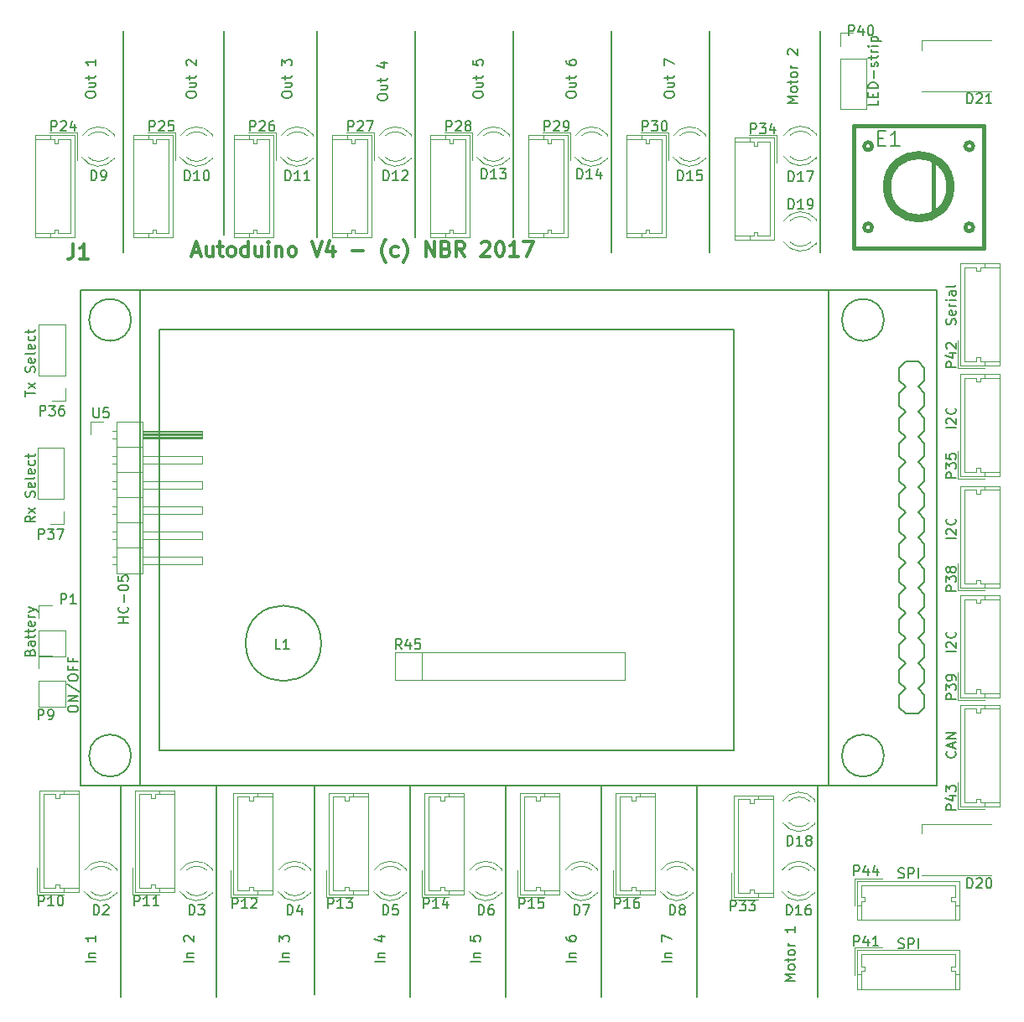
<source format=gbr>
G04 #@! TF.FileFunction,Legend,Top*
%FSLAX46Y46*%
G04 Gerber Fmt 4.6, Leading zero omitted, Abs format (unit mm)*
G04 Created by KiCad (PCBNEW 4.0.6-e0-6349~53~ubuntu16.04.1) date Thu Jun 29 18:49:34 2017*
%MOMM*%
%LPD*%
G01*
G04 APERTURE LIST*
%ADD10C,0.100000*%
%ADD11C,0.200000*%
%ADD12C,0.300000*%
%ADD13C,0.120000*%
%ADD14C,0.381000*%
%ADD15C,0.150000*%
%ADD16C,0.203200*%
%ADD17C,0.200660*%
%ADD18C,0.304800*%
G04 APERTURE END LIST*
D10*
D11*
X203708000Y-119380000D02*
X203708000Y-98044000D01*
X191516000Y-119380000D02*
X191516000Y-98044000D01*
X182118000Y-98044000D02*
X181864000Y-98044000D01*
X181864000Y-98044000D02*
X182118000Y-98044000D01*
X181864000Y-119380000D02*
X181864000Y-98044000D01*
X172212000Y-119380000D02*
X172212000Y-98044000D01*
X162560000Y-119380000D02*
X162560000Y-98044000D01*
X152908000Y-119126000D02*
X152908000Y-98044000D01*
X143002000Y-119380000D02*
X143002000Y-98044000D01*
X133350000Y-119380000D02*
X133350000Y-98044000D01*
X203962000Y-21844000D02*
X203962000Y-44196000D01*
X192786000Y-21844000D02*
X192786000Y-44196000D01*
X182880000Y-21844000D02*
X182880000Y-44196000D01*
X172974000Y-21844000D02*
X172974000Y-42672000D01*
X163068000Y-21844000D02*
X163068000Y-42672000D01*
X153162000Y-21844000D02*
X153162000Y-42672000D01*
X143764000Y-21844000D02*
X143764000Y-42418000D01*
X133604000Y-21844000D02*
X133604000Y-44196000D01*
D12*
X140591144Y-44192000D02*
X141305430Y-44192000D01*
X140448287Y-44620571D02*
X140948287Y-43120571D01*
X141448287Y-44620571D01*
X142591144Y-43620571D02*
X142591144Y-44620571D01*
X141948287Y-43620571D02*
X141948287Y-44406286D01*
X142019715Y-44549143D01*
X142162573Y-44620571D01*
X142376858Y-44620571D01*
X142519715Y-44549143D01*
X142591144Y-44477714D01*
X143091144Y-43620571D02*
X143662573Y-43620571D01*
X143305430Y-43120571D02*
X143305430Y-44406286D01*
X143376858Y-44549143D01*
X143519716Y-44620571D01*
X143662573Y-44620571D01*
X144376859Y-44620571D02*
X144234001Y-44549143D01*
X144162573Y-44477714D01*
X144091144Y-44334857D01*
X144091144Y-43906286D01*
X144162573Y-43763429D01*
X144234001Y-43692000D01*
X144376859Y-43620571D01*
X144591144Y-43620571D01*
X144734001Y-43692000D01*
X144805430Y-43763429D01*
X144876859Y-43906286D01*
X144876859Y-44334857D01*
X144805430Y-44477714D01*
X144734001Y-44549143D01*
X144591144Y-44620571D01*
X144376859Y-44620571D01*
X146162573Y-44620571D02*
X146162573Y-43120571D01*
X146162573Y-44549143D02*
X146019716Y-44620571D01*
X145734002Y-44620571D01*
X145591144Y-44549143D01*
X145519716Y-44477714D01*
X145448287Y-44334857D01*
X145448287Y-43906286D01*
X145519716Y-43763429D01*
X145591144Y-43692000D01*
X145734002Y-43620571D01*
X146019716Y-43620571D01*
X146162573Y-43692000D01*
X147519716Y-43620571D02*
X147519716Y-44620571D01*
X146876859Y-43620571D02*
X146876859Y-44406286D01*
X146948287Y-44549143D01*
X147091145Y-44620571D01*
X147305430Y-44620571D01*
X147448287Y-44549143D01*
X147519716Y-44477714D01*
X148234002Y-44620571D02*
X148234002Y-43620571D01*
X148234002Y-43120571D02*
X148162573Y-43192000D01*
X148234002Y-43263429D01*
X148305430Y-43192000D01*
X148234002Y-43120571D01*
X148234002Y-43263429D01*
X148948288Y-43620571D02*
X148948288Y-44620571D01*
X148948288Y-43763429D02*
X149019716Y-43692000D01*
X149162574Y-43620571D01*
X149376859Y-43620571D01*
X149519716Y-43692000D01*
X149591145Y-43834857D01*
X149591145Y-44620571D01*
X150519717Y-44620571D02*
X150376859Y-44549143D01*
X150305431Y-44477714D01*
X150234002Y-44334857D01*
X150234002Y-43906286D01*
X150305431Y-43763429D01*
X150376859Y-43692000D01*
X150519717Y-43620571D01*
X150734002Y-43620571D01*
X150876859Y-43692000D01*
X150948288Y-43763429D01*
X151019717Y-43906286D01*
X151019717Y-44334857D01*
X150948288Y-44477714D01*
X150876859Y-44549143D01*
X150734002Y-44620571D01*
X150519717Y-44620571D01*
X152591145Y-43120571D02*
X153091145Y-44620571D01*
X153591145Y-43120571D01*
X154734002Y-43620571D02*
X154734002Y-44620571D01*
X154376859Y-43049143D02*
X154019716Y-44120571D01*
X154948288Y-44120571D01*
X156662573Y-44049143D02*
X157805430Y-44049143D01*
X160091144Y-45192000D02*
X160019716Y-45120571D01*
X159876859Y-44906286D01*
X159805430Y-44763429D01*
X159734001Y-44549143D01*
X159662573Y-44192000D01*
X159662573Y-43906286D01*
X159734001Y-43549143D01*
X159805430Y-43334857D01*
X159876859Y-43192000D01*
X160019716Y-42977714D01*
X160091144Y-42906286D01*
X161305430Y-44549143D02*
X161162573Y-44620571D01*
X160876859Y-44620571D01*
X160734001Y-44549143D01*
X160662573Y-44477714D01*
X160591144Y-44334857D01*
X160591144Y-43906286D01*
X160662573Y-43763429D01*
X160734001Y-43692000D01*
X160876859Y-43620571D01*
X161162573Y-43620571D01*
X161305430Y-43692000D01*
X161805430Y-45192000D02*
X161876858Y-45120571D01*
X162019715Y-44906286D01*
X162091144Y-44763429D01*
X162162573Y-44549143D01*
X162234001Y-44192000D01*
X162234001Y-43906286D01*
X162162573Y-43549143D01*
X162091144Y-43334857D01*
X162019715Y-43192000D01*
X161876858Y-42977714D01*
X161805430Y-42906286D01*
X164091144Y-44620571D02*
X164091144Y-43120571D01*
X164948287Y-44620571D01*
X164948287Y-43120571D01*
X166162573Y-43834857D02*
X166376859Y-43906286D01*
X166448287Y-43977714D01*
X166519716Y-44120571D01*
X166519716Y-44334857D01*
X166448287Y-44477714D01*
X166376859Y-44549143D01*
X166234001Y-44620571D01*
X165662573Y-44620571D01*
X165662573Y-43120571D01*
X166162573Y-43120571D01*
X166305430Y-43192000D01*
X166376859Y-43263429D01*
X166448287Y-43406286D01*
X166448287Y-43549143D01*
X166376859Y-43692000D01*
X166305430Y-43763429D01*
X166162573Y-43834857D01*
X165662573Y-43834857D01*
X168019716Y-44620571D02*
X167519716Y-43906286D01*
X167162573Y-44620571D02*
X167162573Y-43120571D01*
X167734001Y-43120571D01*
X167876859Y-43192000D01*
X167948287Y-43263429D01*
X168019716Y-43406286D01*
X168019716Y-43620571D01*
X167948287Y-43763429D01*
X167876859Y-43834857D01*
X167734001Y-43906286D01*
X167162573Y-43906286D01*
X169734001Y-43263429D02*
X169805430Y-43192000D01*
X169948287Y-43120571D01*
X170305430Y-43120571D01*
X170448287Y-43192000D01*
X170519716Y-43263429D01*
X170591144Y-43406286D01*
X170591144Y-43549143D01*
X170519716Y-43763429D01*
X169662573Y-44620571D01*
X170591144Y-44620571D01*
X171519715Y-43120571D02*
X171662572Y-43120571D01*
X171805429Y-43192000D01*
X171876858Y-43263429D01*
X171948287Y-43406286D01*
X172019715Y-43692000D01*
X172019715Y-44049143D01*
X171948287Y-44334857D01*
X171876858Y-44477714D01*
X171805429Y-44549143D01*
X171662572Y-44620571D01*
X171519715Y-44620571D01*
X171376858Y-44549143D01*
X171305429Y-44477714D01*
X171234001Y-44334857D01*
X171162572Y-44049143D01*
X171162572Y-43692000D01*
X171234001Y-43406286D01*
X171305429Y-43263429D01*
X171376858Y-43192000D01*
X171519715Y-43120571D01*
X173448286Y-44620571D02*
X172591143Y-44620571D01*
X173019715Y-44620571D02*
X173019715Y-43120571D01*
X172876858Y-43334857D01*
X172734000Y-43477714D01*
X172591143Y-43549143D01*
X173948286Y-43120571D02*
X174948286Y-43120571D01*
X174305429Y-44620571D01*
D13*
X129645665Y-108774608D02*
G75*
G03X132878000Y-108931516I1672335J1078608D01*
G01*
X129645665Y-106617392D02*
G75*
G02X132878000Y-106460484I1672335J-1078608D01*
G01*
X130276870Y-108775837D02*
G75*
G03X132358961Y-108776000I1041130J1079837D01*
G01*
X130276870Y-106616163D02*
G75*
G02X132358961Y-106616000I1041130J-1079837D01*
G01*
X132878000Y-108932000D02*
X132878000Y-108776000D01*
X132878000Y-106616000D02*
X132878000Y-106460000D01*
X139297665Y-108774608D02*
G75*
G03X142530000Y-108931516I1672335J1078608D01*
G01*
X139297665Y-106617392D02*
G75*
G02X142530000Y-106460484I1672335J-1078608D01*
G01*
X139928870Y-108775837D02*
G75*
G03X142010961Y-108776000I1041130J1079837D01*
G01*
X139928870Y-106616163D02*
G75*
G02X142010961Y-106616000I1041130J-1079837D01*
G01*
X142530000Y-108932000D02*
X142530000Y-108776000D01*
X142530000Y-106616000D02*
X142530000Y-106460000D01*
X149203665Y-108774608D02*
G75*
G03X152436000Y-108931516I1672335J1078608D01*
G01*
X149203665Y-106617392D02*
G75*
G02X152436000Y-106460484I1672335J-1078608D01*
G01*
X149834870Y-108775837D02*
G75*
G03X151916961Y-108776000I1041130J1079837D01*
G01*
X149834870Y-106616163D02*
G75*
G02X151916961Y-106616000I1041130J-1079837D01*
G01*
X152436000Y-108932000D02*
X152436000Y-108776000D01*
X152436000Y-106616000D02*
X152436000Y-106460000D01*
X158855665Y-108774608D02*
G75*
G03X162088000Y-108931516I1672335J1078608D01*
G01*
X158855665Y-106617392D02*
G75*
G02X162088000Y-106460484I1672335J-1078608D01*
G01*
X159486870Y-108775837D02*
G75*
G03X161568961Y-108776000I1041130J1079837D01*
G01*
X159486870Y-106616163D02*
G75*
G02X161568961Y-106616000I1041130J-1079837D01*
G01*
X162088000Y-108932000D02*
X162088000Y-108776000D01*
X162088000Y-106616000D02*
X162088000Y-106460000D01*
X168507665Y-108774608D02*
G75*
G03X171740000Y-108931516I1672335J1078608D01*
G01*
X168507665Y-106617392D02*
G75*
G02X171740000Y-106460484I1672335J-1078608D01*
G01*
X169138870Y-108775837D02*
G75*
G03X171220961Y-108776000I1041130J1079837D01*
G01*
X169138870Y-106616163D02*
G75*
G02X171220961Y-106616000I1041130J-1079837D01*
G01*
X171740000Y-108932000D02*
X171740000Y-108776000D01*
X171740000Y-106616000D02*
X171740000Y-106460000D01*
X178159665Y-108774608D02*
G75*
G03X181392000Y-108931516I1672335J1078608D01*
G01*
X178159665Y-106617392D02*
G75*
G02X181392000Y-106460484I1672335J-1078608D01*
G01*
X178790870Y-108775837D02*
G75*
G03X180872961Y-108776000I1041130J1079837D01*
G01*
X178790870Y-106616163D02*
G75*
G02X180872961Y-106616000I1041130J-1079837D01*
G01*
X181392000Y-108932000D02*
X181392000Y-108776000D01*
X181392000Y-106616000D02*
X181392000Y-106460000D01*
X187811665Y-108774608D02*
G75*
G03X191044000Y-108931516I1672335J1078608D01*
G01*
X187811665Y-106617392D02*
G75*
G02X191044000Y-106460484I1672335J-1078608D01*
G01*
X188442870Y-108775837D02*
G75*
G03X190524961Y-108776000I1041130J1079837D01*
G01*
X188442870Y-106616163D02*
G75*
G02X190524961Y-106616000I1041130J-1079837D01*
G01*
X191044000Y-108932000D02*
X191044000Y-108776000D01*
X191044000Y-106616000D02*
X191044000Y-106460000D01*
X129391665Y-34606608D02*
G75*
G03X132624000Y-34763516I1672335J1078608D01*
G01*
X129391665Y-32449392D02*
G75*
G02X132624000Y-32292484I1672335J-1078608D01*
G01*
X130022870Y-34607837D02*
G75*
G03X132104961Y-34608000I1041130J1079837D01*
G01*
X130022870Y-32448163D02*
G75*
G02X132104961Y-32448000I1041130J-1079837D01*
G01*
X132624000Y-34764000D02*
X132624000Y-34608000D01*
X132624000Y-32448000D02*
X132624000Y-32292000D01*
X139297665Y-34606608D02*
G75*
G03X142530000Y-34763516I1672335J1078608D01*
G01*
X139297665Y-32449392D02*
G75*
G02X142530000Y-32292484I1672335J-1078608D01*
G01*
X139928870Y-34607837D02*
G75*
G03X142010961Y-34608000I1041130J1079837D01*
G01*
X139928870Y-32448163D02*
G75*
G02X142010961Y-32448000I1041130J-1079837D01*
G01*
X142530000Y-34764000D02*
X142530000Y-34608000D01*
X142530000Y-32448000D02*
X142530000Y-32292000D01*
X149457665Y-34606608D02*
G75*
G03X152690000Y-34763516I1672335J1078608D01*
G01*
X149457665Y-32449392D02*
G75*
G02X152690000Y-32292484I1672335J-1078608D01*
G01*
X150088870Y-34607837D02*
G75*
G03X152170961Y-34608000I1041130J1079837D01*
G01*
X150088870Y-32448163D02*
G75*
G02X152170961Y-32448000I1041130J-1079837D01*
G01*
X152690000Y-34764000D02*
X152690000Y-34608000D01*
X152690000Y-32448000D02*
X152690000Y-32292000D01*
X159363665Y-34606608D02*
G75*
G03X162596000Y-34763516I1672335J1078608D01*
G01*
X159363665Y-32449392D02*
G75*
G02X162596000Y-32292484I1672335J-1078608D01*
G01*
X159994870Y-34607837D02*
G75*
G03X162076961Y-34608000I1041130J1079837D01*
G01*
X159994870Y-32448163D02*
G75*
G02X162076961Y-32448000I1041130J-1079837D01*
G01*
X162596000Y-34764000D02*
X162596000Y-34608000D01*
X162596000Y-32448000D02*
X162596000Y-32292000D01*
X169269665Y-34606608D02*
G75*
G03X172502000Y-34763516I1672335J1078608D01*
G01*
X169269665Y-32449392D02*
G75*
G02X172502000Y-32292484I1672335J-1078608D01*
G01*
X169900870Y-34607837D02*
G75*
G03X171982961Y-34608000I1041130J1079837D01*
G01*
X169900870Y-32448163D02*
G75*
G02X171982961Y-32448000I1041130J-1079837D01*
G01*
X172502000Y-34764000D02*
X172502000Y-34608000D01*
X172502000Y-32448000D02*
X172502000Y-32292000D01*
X179175665Y-34606608D02*
G75*
G03X182408000Y-34763516I1672335J1078608D01*
G01*
X179175665Y-32449392D02*
G75*
G02X182408000Y-32292484I1672335J-1078608D01*
G01*
X179806870Y-34607837D02*
G75*
G03X181888961Y-34608000I1041130J1079837D01*
G01*
X179806870Y-32448163D02*
G75*
G02X181888961Y-32448000I1041130J-1079837D01*
G01*
X182408000Y-34764000D02*
X182408000Y-34608000D01*
X182408000Y-32448000D02*
X182408000Y-32292000D01*
X189081665Y-34606608D02*
G75*
G03X192314000Y-34763516I1672335J1078608D01*
G01*
X189081665Y-32449392D02*
G75*
G02X192314000Y-32292484I1672335J-1078608D01*
G01*
X189712870Y-34607837D02*
G75*
G03X191794961Y-34608000I1041130J1079837D01*
G01*
X189712870Y-32448163D02*
G75*
G02X191794961Y-32448000I1041130J-1079837D01*
G01*
X192314000Y-34764000D02*
X192314000Y-34608000D01*
X192314000Y-32448000D02*
X192314000Y-32292000D01*
X200067165Y-108774608D02*
G75*
G03X203299500Y-108931516I1672335J1078608D01*
G01*
X200067165Y-106617392D02*
G75*
G02X203299500Y-106460484I1672335J-1078608D01*
G01*
X200698370Y-108775837D02*
G75*
G03X202780461Y-108776000I1041130J1079837D01*
G01*
X200698370Y-106616163D02*
G75*
G02X202780461Y-106616000I1041130J-1079837D01*
G01*
X203299500Y-108932000D02*
X203299500Y-108776000D01*
X203299500Y-106616000D02*
X203299500Y-106460000D01*
X200130665Y-101789608D02*
G75*
G03X203363000Y-101946516I1672335J1078608D01*
G01*
X200130665Y-99632392D02*
G75*
G02X203363000Y-99475484I1672335J-1078608D01*
G01*
X200761870Y-101790837D02*
G75*
G03X202843961Y-101791000I1041130J1079837D01*
G01*
X200761870Y-99631163D02*
G75*
G02X202843961Y-99631000I1041130J-1079837D01*
G01*
X203363000Y-101947000D02*
X203363000Y-101791000D01*
X203363000Y-99631000D02*
X203363000Y-99475000D01*
X200257665Y-34543108D02*
G75*
G03X203490000Y-34700016I1672335J1078608D01*
G01*
X200257665Y-32385892D02*
G75*
G02X203490000Y-32228984I1672335J-1078608D01*
G01*
X200888870Y-34544337D02*
G75*
G03X202970961Y-34544500I1041130J1079837D01*
G01*
X200888870Y-32384663D02*
G75*
G02X202970961Y-32384500I1041130J-1079837D01*
G01*
X203490000Y-34700500D02*
X203490000Y-34544500D01*
X203490000Y-32384500D02*
X203490000Y-32228500D01*
X200257665Y-43179108D02*
G75*
G03X203490000Y-43336016I1672335J1078608D01*
G01*
X200257665Y-41021892D02*
G75*
G02X203490000Y-40864984I1672335J-1078608D01*
G01*
X200888870Y-43180337D02*
G75*
G03X202970961Y-43180500I1041130J1079837D01*
G01*
X200888870Y-41020663D02*
G75*
G02X202970961Y-41020500I1041130J-1079837D01*
G01*
X203490000Y-43336500D02*
X203490000Y-43180500D01*
X203490000Y-41020500D02*
X203490000Y-40864500D01*
X221178000Y-107121000D02*
X214178000Y-107121000D01*
X221178000Y-101921000D02*
X214178000Y-101921000D01*
X214178000Y-101921000D02*
X214178000Y-102921000D01*
X221178000Y-28000000D02*
X214178000Y-28000000D01*
X221178000Y-22800000D02*
X214178000Y-22800000D01*
X214178000Y-22800000D02*
X214178000Y-23800000D01*
D14*
X209169000Y-41691560D02*
G75*
G03X209169000Y-41691560I-401320J0D01*
G01*
X209169000Y-33492440D02*
G75*
G03X209169000Y-33492440I-401320J0D01*
G01*
X219367100Y-41691560D02*
G75*
G03X219367100Y-41691560I-398780J0D01*
G01*
X219369640Y-33492440D02*
G75*
G03X219369640Y-33492440I-401320J0D01*
G01*
X215369140Y-34991040D02*
X215369140Y-40192960D01*
X216867740Y-37592000D02*
G75*
G03X216867740Y-37592000I-2999740J0D01*
G01*
X217269060Y-37592000D02*
G75*
G03X217269060Y-37592000I-3401060J0D01*
G01*
X207269080Y-31391860D02*
X207269080Y-43792140D01*
X207269080Y-43792140D02*
X220466920Y-43792140D01*
X220466920Y-43792140D02*
X220466920Y-31391860D01*
X220466920Y-31391860D02*
X207269080Y-31391860D01*
D15*
X153543000Y-83693000D02*
G75*
G03X153543000Y-83693000I-3810000J0D01*
G01*
D13*
X125035000Y-82423000D02*
X125035000Y-85023000D01*
X125035000Y-85023000D02*
X127695000Y-85023000D01*
X127695000Y-85023000D02*
X127695000Y-82423000D01*
X127695000Y-82423000D02*
X125035000Y-82423000D01*
X125035000Y-81153000D02*
X125035000Y-79823000D01*
X125035000Y-79823000D02*
X126365000Y-79823000D01*
X125035000Y-87503000D02*
X125035000Y-90103000D01*
X125035000Y-90103000D02*
X127695000Y-90103000D01*
X127695000Y-90103000D02*
X127695000Y-87503000D01*
X127695000Y-87503000D02*
X125035000Y-87503000D01*
X125035000Y-86233000D02*
X125035000Y-84903000D01*
X125035000Y-84903000D02*
X126365000Y-84903000D01*
X125096000Y-108830000D02*
X129046000Y-108830000D01*
X129046000Y-108830000D02*
X129046000Y-98530000D01*
X129046000Y-98530000D02*
X125096000Y-98530000D01*
X125096000Y-98530000D02*
X125096000Y-108830000D01*
X124846000Y-106330000D02*
X124846000Y-109080000D01*
X124846000Y-109080000D02*
X127596000Y-109080000D01*
X127546000Y-108830000D02*
X127546000Y-108430000D01*
X127546000Y-98530000D02*
X127546000Y-98930000D01*
X125496000Y-103680000D02*
X125496000Y-108430000D01*
X125496000Y-108430000D02*
X126746000Y-108430000D01*
X126746000Y-108430000D02*
X126746000Y-108030000D01*
X126746000Y-108030000D02*
X127146000Y-108030000D01*
X127146000Y-108030000D02*
X127146000Y-108430000D01*
X127146000Y-108430000D02*
X129046000Y-108430000D01*
X125496000Y-103680000D02*
X125496000Y-98930000D01*
X125496000Y-98930000D02*
X126746000Y-98930000D01*
X126746000Y-98930000D02*
X126746000Y-99330000D01*
X126746000Y-99330000D02*
X127146000Y-99330000D01*
X127146000Y-99330000D02*
X127146000Y-98930000D01*
X127146000Y-98930000D02*
X129046000Y-98930000D01*
X134748000Y-108830000D02*
X138698000Y-108830000D01*
X138698000Y-108830000D02*
X138698000Y-98530000D01*
X138698000Y-98530000D02*
X134748000Y-98530000D01*
X134748000Y-98530000D02*
X134748000Y-108830000D01*
X134498000Y-106330000D02*
X134498000Y-109080000D01*
X134498000Y-109080000D02*
X137248000Y-109080000D01*
X137198000Y-108830000D02*
X137198000Y-108430000D01*
X137198000Y-98530000D02*
X137198000Y-98930000D01*
X135148000Y-103680000D02*
X135148000Y-108430000D01*
X135148000Y-108430000D02*
X136398000Y-108430000D01*
X136398000Y-108430000D02*
X136398000Y-108030000D01*
X136398000Y-108030000D02*
X136798000Y-108030000D01*
X136798000Y-108030000D02*
X136798000Y-108430000D01*
X136798000Y-108430000D02*
X138698000Y-108430000D01*
X135148000Y-103680000D02*
X135148000Y-98930000D01*
X135148000Y-98930000D02*
X136398000Y-98930000D01*
X136398000Y-98930000D02*
X136398000Y-99330000D01*
X136398000Y-99330000D02*
X136798000Y-99330000D01*
X136798000Y-99330000D02*
X136798000Y-98930000D01*
X136798000Y-98930000D02*
X138698000Y-98930000D01*
X144654000Y-109084000D02*
X148604000Y-109084000D01*
X148604000Y-109084000D02*
X148604000Y-98784000D01*
X148604000Y-98784000D02*
X144654000Y-98784000D01*
X144654000Y-98784000D02*
X144654000Y-109084000D01*
X144404000Y-106584000D02*
X144404000Y-109334000D01*
X144404000Y-109334000D02*
X147154000Y-109334000D01*
X147104000Y-109084000D02*
X147104000Y-108684000D01*
X147104000Y-98784000D02*
X147104000Y-99184000D01*
X145054000Y-103934000D02*
X145054000Y-108684000D01*
X145054000Y-108684000D02*
X146304000Y-108684000D01*
X146304000Y-108684000D02*
X146304000Y-108284000D01*
X146304000Y-108284000D02*
X146704000Y-108284000D01*
X146704000Y-108284000D02*
X146704000Y-108684000D01*
X146704000Y-108684000D02*
X148604000Y-108684000D01*
X145054000Y-103934000D02*
X145054000Y-99184000D01*
X145054000Y-99184000D02*
X146304000Y-99184000D01*
X146304000Y-99184000D02*
X146304000Y-99584000D01*
X146304000Y-99584000D02*
X146704000Y-99584000D01*
X146704000Y-99584000D02*
X146704000Y-99184000D01*
X146704000Y-99184000D02*
X148604000Y-99184000D01*
X154306000Y-109084000D02*
X158256000Y-109084000D01*
X158256000Y-109084000D02*
X158256000Y-98784000D01*
X158256000Y-98784000D02*
X154306000Y-98784000D01*
X154306000Y-98784000D02*
X154306000Y-109084000D01*
X154056000Y-106584000D02*
X154056000Y-109334000D01*
X154056000Y-109334000D02*
X156806000Y-109334000D01*
X156756000Y-109084000D02*
X156756000Y-108684000D01*
X156756000Y-98784000D02*
X156756000Y-99184000D01*
X154706000Y-103934000D02*
X154706000Y-108684000D01*
X154706000Y-108684000D02*
X155956000Y-108684000D01*
X155956000Y-108684000D02*
X155956000Y-108284000D01*
X155956000Y-108284000D02*
X156356000Y-108284000D01*
X156356000Y-108284000D02*
X156356000Y-108684000D01*
X156356000Y-108684000D02*
X158256000Y-108684000D01*
X154706000Y-103934000D02*
X154706000Y-99184000D01*
X154706000Y-99184000D02*
X155956000Y-99184000D01*
X155956000Y-99184000D02*
X155956000Y-99584000D01*
X155956000Y-99584000D02*
X156356000Y-99584000D01*
X156356000Y-99584000D02*
X156356000Y-99184000D01*
X156356000Y-99184000D02*
X158256000Y-99184000D01*
X163958000Y-109084000D02*
X167908000Y-109084000D01*
X167908000Y-109084000D02*
X167908000Y-98784000D01*
X167908000Y-98784000D02*
X163958000Y-98784000D01*
X163958000Y-98784000D02*
X163958000Y-109084000D01*
X163708000Y-106584000D02*
X163708000Y-109334000D01*
X163708000Y-109334000D02*
X166458000Y-109334000D01*
X166408000Y-109084000D02*
X166408000Y-108684000D01*
X166408000Y-98784000D02*
X166408000Y-99184000D01*
X164358000Y-103934000D02*
X164358000Y-108684000D01*
X164358000Y-108684000D02*
X165608000Y-108684000D01*
X165608000Y-108684000D02*
X165608000Y-108284000D01*
X165608000Y-108284000D02*
X166008000Y-108284000D01*
X166008000Y-108284000D02*
X166008000Y-108684000D01*
X166008000Y-108684000D02*
X167908000Y-108684000D01*
X164358000Y-103934000D02*
X164358000Y-99184000D01*
X164358000Y-99184000D02*
X165608000Y-99184000D01*
X165608000Y-99184000D02*
X165608000Y-99584000D01*
X165608000Y-99584000D02*
X166008000Y-99584000D01*
X166008000Y-99584000D02*
X166008000Y-99184000D01*
X166008000Y-99184000D02*
X167908000Y-99184000D01*
X173610000Y-109084000D02*
X177560000Y-109084000D01*
X177560000Y-109084000D02*
X177560000Y-98784000D01*
X177560000Y-98784000D02*
X173610000Y-98784000D01*
X173610000Y-98784000D02*
X173610000Y-109084000D01*
X173360000Y-106584000D02*
X173360000Y-109334000D01*
X173360000Y-109334000D02*
X176110000Y-109334000D01*
X176060000Y-109084000D02*
X176060000Y-108684000D01*
X176060000Y-98784000D02*
X176060000Y-99184000D01*
X174010000Y-103934000D02*
X174010000Y-108684000D01*
X174010000Y-108684000D02*
X175260000Y-108684000D01*
X175260000Y-108684000D02*
X175260000Y-108284000D01*
X175260000Y-108284000D02*
X175660000Y-108284000D01*
X175660000Y-108284000D02*
X175660000Y-108684000D01*
X175660000Y-108684000D02*
X177560000Y-108684000D01*
X174010000Y-103934000D02*
X174010000Y-99184000D01*
X174010000Y-99184000D02*
X175260000Y-99184000D01*
X175260000Y-99184000D02*
X175260000Y-99584000D01*
X175260000Y-99584000D02*
X175660000Y-99584000D01*
X175660000Y-99584000D02*
X175660000Y-99184000D01*
X175660000Y-99184000D02*
X177560000Y-99184000D01*
X183262000Y-109084000D02*
X187212000Y-109084000D01*
X187212000Y-109084000D02*
X187212000Y-98784000D01*
X187212000Y-98784000D02*
X183262000Y-98784000D01*
X183262000Y-98784000D02*
X183262000Y-109084000D01*
X183012000Y-106584000D02*
X183012000Y-109334000D01*
X183012000Y-109334000D02*
X185762000Y-109334000D01*
X185712000Y-109084000D02*
X185712000Y-108684000D01*
X185712000Y-98784000D02*
X185712000Y-99184000D01*
X183662000Y-103934000D02*
X183662000Y-108684000D01*
X183662000Y-108684000D02*
X184912000Y-108684000D01*
X184912000Y-108684000D02*
X184912000Y-108284000D01*
X184912000Y-108284000D02*
X185312000Y-108284000D01*
X185312000Y-108284000D02*
X185312000Y-108684000D01*
X185312000Y-108684000D02*
X187212000Y-108684000D01*
X183662000Y-103934000D02*
X183662000Y-99184000D01*
X183662000Y-99184000D02*
X184912000Y-99184000D01*
X184912000Y-99184000D02*
X184912000Y-99584000D01*
X184912000Y-99584000D02*
X185312000Y-99584000D01*
X185312000Y-99584000D02*
X185312000Y-99184000D01*
X185312000Y-99184000D02*
X187212000Y-99184000D01*
X128650000Y-32394000D02*
X124700000Y-32394000D01*
X124700000Y-32394000D02*
X124700000Y-42694000D01*
X124700000Y-42694000D02*
X128650000Y-42694000D01*
X128650000Y-42694000D02*
X128650000Y-32394000D01*
X128900000Y-34894000D02*
X128900000Y-32144000D01*
X128900000Y-32144000D02*
X126150000Y-32144000D01*
X126200000Y-32394000D02*
X126200000Y-32794000D01*
X126200000Y-42694000D02*
X126200000Y-42294000D01*
X128250000Y-37544000D02*
X128250000Y-32794000D01*
X128250000Y-32794000D02*
X127000000Y-32794000D01*
X127000000Y-32794000D02*
X127000000Y-33194000D01*
X127000000Y-33194000D02*
X126600000Y-33194000D01*
X126600000Y-33194000D02*
X126600000Y-32794000D01*
X126600000Y-32794000D02*
X124700000Y-32794000D01*
X128250000Y-37544000D02*
X128250000Y-42294000D01*
X128250000Y-42294000D02*
X127000000Y-42294000D01*
X127000000Y-42294000D02*
X127000000Y-41894000D01*
X127000000Y-41894000D02*
X126600000Y-41894000D01*
X126600000Y-41894000D02*
X126600000Y-42294000D01*
X126600000Y-42294000D02*
X124700000Y-42294000D01*
X138556000Y-32394000D02*
X134606000Y-32394000D01*
X134606000Y-32394000D02*
X134606000Y-42694000D01*
X134606000Y-42694000D02*
X138556000Y-42694000D01*
X138556000Y-42694000D02*
X138556000Y-32394000D01*
X138806000Y-34894000D02*
X138806000Y-32144000D01*
X138806000Y-32144000D02*
X136056000Y-32144000D01*
X136106000Y-32394000D02*
X136106000Y-32794000D01*
X136106000Y-42694000D02*
X136106000Y-42294000D01*
X138156000Y-37544000D02*
X138156000Y-32794000D01*
X138156000Y-32794000D02*
X136906000Y-32794000D01*
X136906000Y-32794000D02*
X136906000Y-33194000D01*
X136906000Y-33194000D02*
X136506000Y-33194000D01*
X136506000Y-33194000D02*
X136506000Y-32794000D01*
X136506000Y-32794000D02*
X134606000Y-32794000D01*
X138156000Y-37544000D02*
X138156000Y-42294000D01*
X138156000Y-42294000D02*
X136906000Y-42294000D01*
X136906000Y-42294000D02*
X136906000Y-41894000D01*
X136906000Y-41894000D02*
X136506000Y-41894000D01*
X136506000Y-41894000D02*
X136506000Y-42294000D01*
X136506000Y-42294000D02*
X134606000Y-42294000D01*
X148716000Y-32394000D02*
X144766000Y-32394000D01*
X144766000Y-32394000D02*
X144766000Y-42694000D01*
X144766000Y-42694000D02*
X148716000Y-42694000D01*
X148716000Y-42694000D02*
X148716000Y-32394000D01*
X148966000Y-34894000D02*
X148966000Y-32144000D01*
X148966000Y-32144000D02*
X146216000Y-32144000D01*
X146266000Y-32394000D02*
X146266000Y-32794000D01*
X146266000Y-42694000D02*
X146266000Y-42294000D01*
X148316000Y-37544000D02*
X148316000Y-32794000D01*
X148316000Y-32794000D02*
X147066000Y-32794000D01*
X147066000Y-32794000D02*
X147066000Y-33194000D01*
X147066000Y-33194000D02*
X146666000Y-33194000D01*
X146666000Y-33194000D02*
X146666000Y-32794000D01*
X146666000Y-32794000D02*
X144766000Y-32794000D01*
X148316000Y-37544000D02*
X148316000Y-42294000D01*
X148316000Y-42294000D02*
X147066000Y-42294000D01*
X147066000Y-42294000D02*
X147066000Y-41894000D01*
X147066000Y-41894000D02*
X146666000Y-41894000D01*
X146666000Y-41894000D02*
X146666000Y-42294000D01*
X146666000Y-42294000D02*
X144766000Y-42294000D01*
X158622000Y-32394000D02*
X154672000Y-32394000D01*
X154672000Y-32394000D02*
X154672000Y-42694000D01*
X154672000Y-42694000D02*
X158622000Y-42694000D01*
X158622000Y-42694000D02*
X158622000Y-32394000D01*
X158872000Y-34894000D02*
X158872000Y-32144000D01*
X158872000Y-32144000D02*
X156122000Y-32144000D01*
X156172000Y-32394000D02*
X156172000Y-32794000D01*
X156172000Y-42694000D02*
X156172000Y-42294000D01*
X158222000Y-37544000D02*
X158222000Y-32794000D01*
X158222000Y-32794000D02*
X156972000Y-32794000D01*
X156972000Y-32794000D02*
X156972000Y-33194000D01*
X156972000Y-33194000D02*
X156572000Y-33194000D01*
X156572000Y-33194000D02*
X156572000Y-32794000D01*
X156572000Y-32794000D02*
X154672000Y-32794000D01*
X158222000Y-37544000D02*
X158222000Y-42294000D01*
X158222000Y-42294000D02*
X156972000Y-42294000D01*
X156972000Y-42294000D02*
X156972000Y-41894000D01*
X156972000Y-41894000D02*
X156572000Y-41894000D01*
X156572000Y-41894000D02*
X156572000Y-42294000D01*
X156572000Y-42294000D02*
X154672000Y-42294000D01*
X168528000Y-32394000D02*
X164578000Y-32394000D01*
X164578000Y-32394000D02*
X164578000Y-42694000D01*
X164578000Y-42694000D02*
X168528000Y-42694000D01*
X168528000Y-42694000D02*
X168528000Y-32394000D01*
X168778000Y-34894000D02*
X168778000Y-32144000D01*
X168778000Y-32144000D02*
X166028000Y-32144000D01*
X166078000Y-32394000D02*
X166078000Y-32794000D01*
X166078000Y-42694000D02*
X166078000Y-42294000D01*
X168128000Y-37544000D02*
X168128000Y-32794000D01*
X168128000Y-32794000D02*
X166878000Y-32794000D01*
X166878000Y-32794000D02*
X166878000Y-33194000D01*
X166878000Y-33194000D02*
X166478000Y-33194000D01*
X166478000Y-33194000D02*
X166478000Y-32794000D01*
X166478000Y-32794000D02*
X164578000Y-32794000D01*
X168128000Y-37544000D02*
X168128000Y-42294000D01*
X168128000Y-42294000D02*
X166878000Y-42294000D01*
X166878000Y-42294000D02*
X166878000Y-41894000D01*
X166878000Y-41894000D02*
X166478000Y-41894000D01*
X166478000Y-41894000D02*
X166478000Y-42294000D01*
X166478000Y-42294000D02*
X164578000Y-42294000D01*
X178434000Y-32394000D02*
X174484000Y-32394000D01*
X174484000Y-32394000D02*
X174484000Y-42694000D01*
X174484000Y-42694000D02*
X178434000Y-42694000D01*
X178434000Y-42694000D02*
X178434000Y-32394000D01*
X178684000Y-34894000D02*
X178684000Y-32144000D01*
X178684000Y-32144000D02*
X175934000Y-32144000D01*
X175984000Y-32394000D02*
X175984000Y-32794000D01*
X175984000Y-42694000D02*
X175984000Y-42294000D01*
X178034000Y-37544000D02*
X178034000Y-32794000D01*
X178034000Y-32794000D02*
X176784000Y-32794000D01*
X176784000Y-32794000D02*
X176784000Y-33194000D01*
X176784000Y-33194000D02*
X176384000Y-33194000D01*
X176384000Y-33194000D02*
X176384000Y-32794000D01*
X176384000Y-32794000D02*
X174484000Y-32794000D01*
X178034000Y-37544000D02*
X178034000Y-42294000D01*
X178034000Y-42294000D02*
X176784000Y-42294000D01*
X176784000Y-42294000D02*
X176784000Y-41894000D01*
X176784000Y-41894000D02*
X176384000Y-41894000D01*
X176384000Y-41894000D02*
X176384000Y-42294000D01*
X176384000Y-42294000D02*
X174484000Y-42294000D01*
X188340000Y-32394000D02*
X184390000Y-32394000D01*
X184390000Y-32394000D02*
X184390000Y-42694000D01*
X184390000Y-42694000D02*
X188340000Y-42694000D01*
X188340000Y-42694000D02*
X188340000Y-32394000D01*
X188590000Y-34894000D02*
X188590000Y-32144000D01*
X188590000Y-32144000D02*
X185840000Y-32144000D01*
X185890000Y-32394000D02*
X185890000Y-32794000D01*
X185890000Y-42694000D02*
X185890000Y-42294000D01*
X187940000Y-37544000D02*
X187940000Y-32794000D01*
X187940000Y-32794000D02*
X186690000Y-32794000D01*
X186690000Y-32794000D02*
X186690000Y-33194000D01*
X186690000Y-33194000D02*
X186290000Y-33194000D01*
X186290000Y-33194000D02*
X186290000Y-32794000D01*
X186290000Y-32794000D02*
X184390000Y-32794000D01*
X187940000Y-37544000D02*
X187940000Y-42294000D01*
X187940000Y-42294000D02*
X186690000Y-42294000D01*
X186690000Y-42294000D02*
X186690000Y-41894000D01*
X186690000Y-41894000D02*
X186290000Y-41894000D01*
X186290000Y-41894000D02*
X186290000Y-42294000D01*
X186290000Y-42294000D02*
X184390000Y-42294000D01*
X195200000Y-109338000D02*
X199150000Y-109338000D01*
X199150000Y-109338000D02*
X199150000Y-99038000D01*
X199150000Y-99038000D02*
X195200000Y-99038000D01*
X195200000Y-99038000D02*
X195200000Y-109338000D01*
X194950000Y-106838000D02*
X194950000Y-109588000D01*
X194950000Y-109588000D02*
X197700000Y-109588000D01*
X197650000Y-109338000D02*
X197650000Y-108938000D01*
X197650000Y-99038000D02*
X197650000Y-99438000D01*
X195600000Y-104188000D02*
X195600000Y-108938000D01*
X195600000Y-108938000D02*
X196850000Y-108938000D01*
X196850000Y-108938000D02*
X196850000Y-108538000D01*
X196850000Y-108538000D02*
X197250000Y-108538000D01*
X197250000Y-108538000D02*
X197250000Y-108938000D01*
X197250000Y-108938000D02*
X199150000Y-108938000D01*
X195600000Y-104188000D02*
X195600000Y-99438000D01*
X195600000Y-99438000D02*
X196850000Y-99438000D01*
X196850000Y-99438000D02*
X196850000Y-99838000D01*
X196850000Y-99838000D02*
X197250000Y-99838000D01*
X197250000Y-99838000D02*
X197250000Y-99438000D01*
X197250000Y-99438000D02*
X199150000Y-99438000D01*
X199262000Y-32648000D02*
X195312000Y-32648000D01*
X195312000Y-32648000D02*
X195312000Y-42948000D01*
X195312000Y-42948000D02*
X199262000Y-42948000D01*
X199262000Y-42948000D02*
X199262000Y-32648000D01*
X199512000Y-35148000D02*
X199512000Y-32398000D01*
X199512000Y-32398000D02*
X196762000Y-32398000D01*
X196812000Y-32648000D02*
X196812000Y-33048000D01*
X196812000Y-42948000D02*
X196812000Y-42548000D01*
X198862000Y-37798000D02*
X198862000Y-33048000D01*
X198862000Y-33048000D02*
X197612000Y-33048000D01*
X197612000Y-33048000D02*
X197612000Y-33448000D01*
X197612000Y-33448000D02*
X197212000Y-33448000D01*
X197212000Y-33448000D02*
X197212000Y-33048000D01*
X197212000Y-33048000D02*
X195312000Y-33048000D01*
X198862000Y-37798000D02*
X198862000Y-42548000D01*
X198862000Y-42548000D02*
X197612000Y-42548000D01*
X197612000Y-42548000D02*
X197612000Y-42148000D01*
X197612000Y-42148000D02*
X197212000Y-42148000D01*
X197212000Y-42148000D02*
X197212000Y-42548000D01*
X197212000Y-42548000D02*
X195312000Y-42548000D01*
X127695000Y-56642000D02*
X127695000Y-51502000D01*
X127695000Y-51502000D02*
X125035000Y-51502000D01*
X125035000Y-51502000D02*
X125035000Y-56642000D01*
X125035000Y-56642000D02*
X127695000Y-56642000D01*
X127695000Y-57912000D02*
X127695000Y-59242000D01*
X127695000Y-59242000D02*
X126365000Y-59242000D01*
X127568000Y-69088000D02*
X127568000Y-63948000D01*
X127568000Y-63948000D02*
X124908000Y-63948000D01*
X124908000Y-63948000D02*
X124908000Y-69088000D01*
X124908000Y-69088000D02*
X127568000Y-69088000D01*
X127568000Y-70358000D02*
X127568000Y-71688000D01*
X127568000Y-71688000D02*
X126238000Y-71688000D01*
X205934000Y-24638000D02*
X205934000Y-29778000D01*
X205934000Y-29778000D02*
X208594000Y-29778000D01*
X208594000Y-29778000D02*
X208594000Y-24638000D01*
X208594000Y-24638000D02*
X205934000Y-24638000D01*
X205934000Y-23368000D02*
X205934000Y-22038000D01*
X205934000Y-22038000D02*
X207264000Y-22038000D01*
X160993000Y-84579000D02*
X160993000Y-87379000D01*
X160993000Y-87379000D02*
X184193000Y-87379000D01*
X184193000Y-87379000D02*
X184193000Y-84579000D01*
X184193000Y-84579000D02*
X160993000Y-84579000D01*
X163703000Y-84579000D02*
X163703000Y-87379000D01*
D15*
X195233000Y-52035000D02*
X195233000Y-94535000D01*
X137233000Y-52035000D02*
X195233000Y-52035000D01*
X137233000Y-94535000D02*
X195233000Y-94535000D01*
X137233000Y-52035000D02*
X137233000Y-94535000D01*
X210354320Y-95035000D02*
G75*
G03X210354320Y-95035000I-2121320J0D01*
G01*
X210354320Y-51035000D02*
G75*
G03X210354320Y-51035000I-2121320J0D01*
G01*
X134354320Y-51035000D02*
G75*
G03X134354320Y-51035000I-2121320J0D01*
G01*
X134354320Y-95035000D02*
G75*
G03X134354320Y-95035000I-2121320J0D01*
G01*
X135233000Y-98035000D02*
X135233000Y-48035000D01*
X204733000Y-98035000D02*
X204733000Y-48035000D01*
X129233000Y-98035000D02*
X129233000Y-48035000D01*
X213233000Y-48035000D02*
X129233000Y-48035000D01*
X213233000Y-98035000D02*
X129233000Y-98035000D01*
X213233000Y-48035000D02*
X215733000Y-48035000D01*
X215733000Y-48035000D02*
X215733000Y-98035000D01*
X213233000Y-98035000D02*
X215733000Y-98035000D01*
D16*
X211909000Y-74920500D02*
X211909000Y-73650500D01*
X211909000Y-73650500D02*
X212544000Y-73015500D01*
X213814000Y-73015500D02*
X214449000Y-73650500D01*
X212544000Y-78095500D02*
X211909000Y-77460500D01*
X211909000Y-77460500D02*
X211909000Y-76190500D01*
X211909000Y-76190500D02*
X212544000Y-75555500D01*
X213814000Y-75555500D02*
X214449000Y-76190500D01*
X214449000Y-76190500D02*
X214449000Y-77460500D01*
X214449000Y-77460500D02*
X213814000Y-78095500D01*
X211909000Y-74920500D02*
X212544000Y-75555500D01*
X213814000Y-75555500D02*
X214449000Y-74920500D01*
X214449000Y-73650500D02*
X214449000Y-74920500D01*
X211909000Y-82540500D02*
X211909000Y-81270500D01*
X211909000Y-81270500D02*
X212544000Y-80635500D01*
X213814000Y-80635500D02*
X214449000Y-81270500D01*
X212544000Y-80635500D02*
X211909000Y-80000500D01*
X211909000Y-80000500D02*
X211909000Y-78730500D01*
X211909000Y-78730500D02*
X212544000Y-78095500D01*
X213814000Y-78095500D02*
X214449000Y-78730500D01*
X214449000Y-78730500D02*
X214449000Y-80000500D01*
X214449000Y-80000500D02*
X213814000Y-80635500D01*
X212544000Y-85715500D02*
X211909000Y-85080500D01*
X211909000Y-85080500D02*
X211909000Y-83810500D01*
X211909000Y-83810500D02*
X212544000Y-83175500D01*
X213814000Y-83175500D02*
X214449000Y-83810500D01*
X214449000Y-83810500D02*
X214449000Y-85080500D01*
X214449000Y-85080500D02*
X213814000Y-85715500D01*
X211909000Y-82540500D02*
X212544000Y-83175500D01*
X213814000Y-83175500D02*
X214449000Y-82540500D01*
X214449000Y-81270500D02*
X214449000Y-82540500D01*
X211909000Y-90160500D02*
X211909000Y-88890500D01*
X211909000Y-88890500D02*
X212544000Y-88255500D01*
X213814000Y-88255500D02*
X214449000Y-88890500D01*
X212544000Y-88255500D02*
X211909000Y-87620500D01*
X211909000Y-87620500D02*
X211909000Y-86350500D01*
X211909000Y-86350500D02*
X212544000Y-85715500D01*
X213814000Y-85715500D02*
X214449000Y-86350500D01*
X214449000Y-86350500D02*
X214449000Y-87620500D01*
X214449000Y-87620500D02*
X213814000Y-88255500D01*
X212544000Y-90795500D02*
X213814000Y-90795500D01*
X211909000Y-90160500D02*
X212544000Y-90795500D01*
X213814000Y-90795500D02*
X214449000Y-90160500D01*
X214449000Y-88890500D02*
X214449000Y-90160500D01*
X211909000Y-57140500D02*
X211909000Y-55870500D01*
X211909000Y-55870500D02*
X212544000Y-55235500D01*
X213814000Y-55235500D02*
X214449000Y-55870500D01*
X212544000Y-60315500D02*
X211909000Y-59680500D01*
X211909000Y-59680500D02*
X211909000Y-58410500D01*
X211909000Y-58410500D02*
X212544000Y-57775500D01*
X213814000Y-57775500D02*
X214449000Y-58410500D01*
X214449000Y-58410500D02*
X214449000Y-59680500D01*
X214449000Y-59680500D02*
X213814000Y-60315500D01*
X211909000Y-57140500D02*
X212544000Y-57775500D01*
X213814000Y-57775500D02*
X214449000Y-57140500D01*
X214449000Y-55870500D02*
X214449000Y-57140500D01*
X211909000Y-64760500D02*
X211909000Y-63490500D01*
X211909000Y-63490500D02*
X212544000Y-62855500D01*
X213814000Y-62855500D02*
X214449000Y-63490500D01*
X212544000Y-62855500D02*
X211909000Y-62220500D01*
X211909000Y-62220500D02*
X211909000Y-60950500D01*
X211909000Y-60950500D02*
X212544000Y-60315500D01*
X213814000Y-60315500D02*
X214449000Y-60950500D01*
X214449000Y-60950500D02*
X214449000Y-62220500D01*
X214449000Y-62220500D02*
X213814000Y-62855500D01*
X212544000Y-67935500D02*
X211909000Y-67300500D01*
X211909000Y-67300500D02*
X211909000Y-66030500D01*
X211909000Y-66030500D02*
X212544000Y-65395500D01*
X213814000Y-65395500D02*
X214449000Y-66030500D01*
X214449000Y-66030500D02*
X214449000Y-67300500D01*
X214449000Y-67300500D02*
X213814000Y-67935500D01*
X211909000Y-64760500D02*
X212544000Y-65395500D01*
X213814000Y-65395500D02*
X214449000Y-64760500D01*
X214449000Y-63490500D02*
X214449000Y-64760500D01*
X211909000Y-72380500D02*
X211909000Y-71110500D01*
X211909000Y-71110500D02*
X212544000Y-70475500D01*
X213814000Y-70475500D02*
X214449000Y-71110500D01*
X212544000Y-70475500D02*
X211909000Y-69840500D01*
X211909000Y-69840500D02*
X211909000Y-68570500D01*
X211909000Y-68570500D02*
X212544000Y-67935500D01*
X213814000Y-67935500D02*
X214449000Y-68570500D01*
X214449000Y-68570500D02*
X214449000Y-69840500D01*
X214449000Y-69840500D02*
X213814000Y-70475500D01*
X211909000Y-72380500D02*
X212544000Y-73015500D01*
X213814000Y-73015500D02*
X214449000Y-72380500D01*
X214449000Y-71110500D02*
X214449000Y-72380500D01*
X212544000Y-55235500D02*
X213814000Y-55235500D01*
D13*
X132912000Y-61281000D02*
X132912000Y-63881000D01*
X132912000Y-63881000D02*
X135532000Y-63881000D01*
X135532000Y-63881000D02*
X135532000Y-61281000D01*
X135532000Y-61281000D02*
X132912000Y-61281000D01*
X135532000Y-62231000D02*
X135532000Y-62991000D01*
X135532000Y-62991000D02*
X141532000Y-62991000D01*
X141532000Y-62991000D02*
X141532000Y-62231000D01*
X141532000Y-62231000D02*
X135532000Y-62231000D01*
X132482000Y-62231000D02*
X132912000Y-62231000D01*
X132482000Y-62991000D02*
X132912000Y-62991000D01*
X135532000Y-62351000D02*
X141532000Y-62351000D01*
X135532000Y-62471000D02*
X141532000Y-62471000D01*
X135532000Y-62591000D02*
X141532000Y-62591000D01*
X135532000Y-62711000D02*
X141532000Y-62711000D01*
X135532000Y-62831000D02*
X141532000Y-62831000D01*
X135532000Y-62951000D02*
X141532000Y-62951000D01*
X132912000Y-63881000D02*
X132912000Y-66421000D01*
X132912000Y-66421000D02*
X135532000Y-66421000D01*
X135532000Y-66421000D02*
X135532000Y-63881000D01*
X135532000Y-63881000D02*
X132912000Y-63881000D01*
X135532000Y-64771000D02*
X135532000Y-65531000D01*
X135532000Y-65531000D02*
X141532000Y-65531000D01*
X141532000Y-65531000D02*
X141532000Y-64771000D01*
X141532000Y-64771000D02*
X135532000Y-64771000D01*
X132482000Y-64771000D02*
X132912000Y-64771000D01*
X132482000Y-65531000D02*
X132912000Y-65531000D01*
X132912000Y-66421000D02*
X132912000Y-68961000D01*
X132912000Y-68961000D02*
X135532000Y-68961000D01*
X135532000Y-68961000D02*
X135532000Y-66421000D01*
X135532000Y-66421000D02*
X132912000Y-66421000D01*
X135532000Y-67311000D02*
X135532000Y-68071000D01*
X135532000Y-68071000D02*
X141532000Y-68071000D01*
X141532000Y-68071000D02*
X141532000Y-67311000D01*
X141532000Y-67311000D02*
X135532000Y-67311000D01*
X132482000Y-67311000D02*
X132912000Y-67311000D01*
X132482000Y-68071000D02*
X132912000Y-68071000D01*
X132912000Y-68961000D02*
X132912000Y-71501000D01*
X132912000Y-71501000D02*
X135532000Y-71501000D01*
X135532000Y-71501000D02*
X135532000Y-68961000D01*
X135532000Y-68961000D02*
X132912000Y-68961000D01*
X135532000Y-69851000D02*
X135532000Y-70611000D01*
X135532000Y-70611000D02*
X141532000Y-70611000D01*
X141532000Y-70611000D02*
X141532000Y-69851000D01*
X141532000Y-69851000D02*
X135532000Y-69851000D01*
X132482000Y-69851000D02*
X132912000Y-69851000D01*
X132482000Y-70611000D02*
X132912000Y-70611000D01*
X132912000Y-71501000D02*
X132912000Y-74041000D01*
X132912000Y-74041000D02*
X135532000Y-74041000D01*
X135532000Y-74041000D02*
X135532000Y-71501000D01*
X135532000Y-71501000D02*
X132912000Y-71501000D01*
X135532000Y-72391000D02*
X135532000Y-73151000D01*
X135532000Y-73151000D02*
X141532000Y-73151000D01*
X141532000Y-73151000D02*
X141532000Y-72391000D01*
X141532000Y-72391000D02*
X135532000Y-72391000D01*
X132482000Y-72391000D02*
X132912000Y-72391000D01*
X132482000Y-73151000D02*
X132912000Y-73151000D01*
X132912000Y-74041000D02*
X132912000Y-76641000D01*
X132912000Y-76641000D02*
X135532000Y-76641000D01*
X135532000Y-76641000D02*
X135532000Y-74041000D01*
X135532000Y-74041000D02*
X132912000Y-74041000D01*
X135532000Y-74931000D02*
X135532000Y-75691000D01*
X135532000Y-75691000D02*
X141532000Y-75691000D01*
X141532000Y-75691000D02*
X141532000Y-74931000D01*
X141532000Y-74931000D02*
X135532000Y-74931000D01*
X132482000Y-74931000D02*
X132912000Y-74931000D01*
X132482000Y-75691000D02*
X132912000Y-75691000D01*
X130302000Y-62611000D02*
X130302000Y-61341000D01*
X130302000Y-61341000D02*
X131572000Y-61341000D01*
X218060000Y-66793000D02*
X222010000Y-66793000D01*
X222010000Y-66793000D02*
X222010000Y-56493000D01*
X222010000Y-56493000D02*
X218060000Y-56493000D01*
X218060000Y-56493000D02*
X218060000Y-66793000D01*
X217810000Y-64293000D02*
X217810000Y-67043000D01*
X217810000Y-67043000D02*
X220560000Y-67043000D01*
X220510000Y-66793000D02*
X220510000Y-66393000D01*
X220510000Y-56493000D02*
X220510000Y-56893000D01*
X218460000Y-61643000D02*
X218460000Y-66393000D01*
X218460000Y-66393000D02*
X219710000Y-66393000D01*
X219710000Y-66393000D02*
X219710000Y-65993000D01*
X219710000Y-65993000D02*
X220110000Y-65993000D01*
X220110000Y-65993000D02*
X220110000Y-66393000D01*
X220110000Y-66393000D02*
X222010000Y-66393000D01*
X218460000Y-61643000D02*
X218460000Y-56893000D01*
X218460000Y-56893000D02*
X219710000Y-56893000D01*
X219710000Y-56893000D02*
X219710000Y-57293000D01*
X219710000Y-57293000D02*
X220110000Y-57293000D01*
X220110000Y-57293000D02*
X220110000Y-56893000D01*
X220110000Y-56893000D02*
X222010000Y-56893000D01*
X218060000Y-78096000D02*
X222010000Y-78096000D01*
X222010000Y-78096000D02*
X222010000Y-67796000D01*
X222010000Y-67796000D02*
X218060000Y-67796000D01*
X218060000Y-67796000D02*
X218060000Y-78096000D01*
X217810000Y-75596000D02*
X217810000Y-78346000D01*
X217810000Y-78346000D02*
X220560000Y-78346000D01*
X220510000Y-78096000D02*
X220510000Y-77696000D01*
X220510000Y-67796000D02*
X220510000Y-68196000D01*
X218460000Y-72946000D02*
X218460000Y-77696000D01*
X218460000Y-77696000D02*
X219710000Y-77696000D01*
X219710000Y-77696000D02*
X219710000Y-77296000D01*
X219710000Y-77296000D02*
X220110000Y-77296000D01*
X220110000Y-77296000D02*
X220110000Y-77696000D01*
X220110000Y-77696000D02*
X222010000Y-77696000D01*
X218460000Y-72946000D02*
X218460000Y-68196000D01*
X218460000Y-68196000D02*
X219710000Y-68196000D01*
X219710000Y-68196000D02*
X219710000Y-68596000D01*
X219710000Y-68596000D02*
X220110000Y-68596000D01*
X220110000Y-68596000D02*
X220110000Y-68196000D01*
X220110000Y-68196000D02*
X222010000Y-68196000D01*
X218060000Y-89145000D02*
X222010000Y-89145000D01*
X222010000Y-89145000D02*
X222010000Y-78845000D01*
X222010000Y-78845000D02*
X218060000Y-78845000D01*
X218060000Y-78845000D02*
X218060000Y-89145000D01*
X217810000Y-86645000D02*
X217810000Y-89395000D01*
X217810000Y-89395000D02*
X220560000Y-89395000D01*
X220510000Y-89145000D02*
X220510000Y-88745000D01*
X220510000Y-78845000D02*
X220510000Y-79245000D01*
X218460000Y-83995000D02*
X218460000Y-88745000D01*
X218460000Y-88745000D02*
X219710000Y-88745000D01*
X219710000Y-88745000D02*
X219710000Y-88345000D01*
X219710000Y-88345000D02*
X220110000Y-88345000D01*
X220110000Y-88345000D02*
X220110000Y-88745000D01*
X220110000Y-88745000D02*
X222010000Y-88745000D01*
X218460000Y-83995000D02*
X218460000Y-79245000D01*
X218460000Y-79245000D02*
X219710000Y-79245000D01*
X219710000Y-79245000D02*
X219710000Y-79645000D01*
X219710000Y-79645000D02*
X220110000Y-79645000D01*
X220110000Y-79645000D02*
X220110000Y-79245000D01*
X220110000Y-79245000D02*
X222010000Y-79245000D01*
X207654000Y-114682000D02*
X207654000Y-118632000D01*
X207654000Y-118632000D02*
X217954000Y-118632000D01*
X217954000Y-118632000D02*
X217954000Y-114682000D01*
X217954000Y-114682000D02*
X207654000Y-114682000D01*
X210154000Y-114432000D02*
X207404000Y-114432000D01*
X207404000Y-114432000D02*
X207404000Y-117182000D01*
X207654000Y-117132000D02*
X208054000Y-117132000D01*
X217954000Y-117132000D02*
X217554000Y-117132000D01*
X212804000Y-115082000D02*
X208054000Y-115082000D01*
X208054000Y-115082000D02*
X208054000Y-116332000D01*
X208054000Y-116332000D02*
X208454000Y-116332000D01*
X208454000Y-116332000D02*
X208454000Y-116732000D01*
X208454000Y-116732000D02*
X208054000Y-116732000D01*
X208054000Y-116732000D02*
X208054000Y-118632000D01*
X212804000Y-115082000D02*
X217554000Y-115082000D01*
X217554000Y-115082000D02*
X217554000Y-116332000D01*
X217554000Y-116332000D02*
X217154000Y-116332000D01*
X217154000Y-116332000D02*
X217154000Y-116732000D01*
X217154000Y-116732000D02*
X217554000Y-116732000D01*
X217554000Y-116732000D02*
X217554000Y-118632000D01*
X218060000Y-55617000D02*
X222010000Y-55617000D01*
X222010000Y-55617000D02*
X222010000Y-45317000D01*
X222010000Y-45317000D02*
X218060000Y-45317000D01*
X218060000Y-45317000D02*
X218060000Y-55617000D01*
X217810000Y-53117000D02*
X217810000Y-55867000D01*
X217810000Y-55867000D02*
X220560000Y-55867000D01*
X220510000Y-55617000D02*
X220510000Y-55217000D01*
X220510000Y-45317000D02*
X220510000Y-45717000D01*
X218460000Y-50467000D02*
X218460000Y-55217000D01*
X218460000Y-55217000D02*
X219710000Y-55217000D01*
X219710000Y-55217000D02*
X219710000Y-54817000D01*
X219710000Y-54817000D02*
X220110000Y-54817000D01*
X220110000Y-54817000D02*
X220110000Y-55217000D01*
X220110000Y-55217000D02*
X222010000Y-55217000D01*
X218460000Y-50467000D02*
X218460000Y-45717000D01*
X218460000Y-45717000D02*
X219710000Y-45717000D01*
X219710000Y-45717000D02*
X219710000Y-46117000D01*
X219710000Y-46117000D02*
X220110000Y-46117000D01*
X220110000Y-46117000D02*
X220110000Y-45717000D01*
X220110000Y-45717000D02*
X222010000Y-45717000D01*
X218060000Y-100194000D02*
X222010000Y-100194000D01*
X222010000Y-100194000D02*
X222010000Y-89894000D01*
X222010000Y-89894000D02*
X218060000Y-89894000D01*
X218060000Y-89894000D02*
X218060000Y-100194000D01*
X217810000Y-97694000D02*
X217810000Y-100444000D01*
X217810000Y-100444000D02*
X220560000Y-100444000D01*
X220510000Y-100194000D02*
X220510000Y-99794000D01*
X220510000Y-89894000D02*
X220510000Y-90294000D01*
X218460000Y-95044000D02*
X218460000Y-99794000D01*
X218460000Y-99794000D02*
X219710000Y-99794000D01*
X219710000Y-99794000D02*
X219710000Y-99394000D01*
X219710000Y-99394000D02*
X220110000Y-99394000D01*
X220110000Y-99394000D02*
X220110000Y-99794000D01*
X220110000Y-99794000D02*
X222010000Y-99794000D01*
X218460000Y-95044000D02*
X218460000Y-90294000D01*
X218460000Y-90294000D02*
X219710000Y-90294000D01*
X219710000Y-90294000D02*
X219710000Y-90694000D01*
X219710000Y-90694000D02*
X220110000Y-90694000D01*
X220110000Y-90694000D02*
X220110000Y-90294000D01*
X220110000Y-90294000D02*
X222010000Y-90294000D01*
X207654000Y-107697000D02*
X207654000Y-111647000D01*
X207654000Y-111647000D02*
X217954000Y-111647000D01*
X217954000Y-111647000D02*
X217954000Y-107697000D01*
X217954000Y-107697000D02*
X207654000Y-107697000D01*
X210154000Y-107447000D02*
X207404000Y-107447000D01*
X207404000Y-107447000D02*
X207404000Y-110197000D01*
X207654000Y-110147000D02*
X208054000Y-110147000D01*
X217954000Y-110147000D02*
X217554000Y-110147000D01*
X212804000Y-108097000D02*
X208054000Y-108097000D01*
X208054000Y-108097000D02*
X208054000Y-109347000D01*
X208054000Y-109347000D02*
X208454000Y-109347000D01*
X208454000Y-109347000D02*
X208454000Y-109747000D01*
X208454000Y-109747000D02*
X208054000Y-109747000D01*
X208054000Y-109747000D02*
X208054000Y-111647000D01*
X212804000Y-108097000D02*
X217554000Y-108097000D01*
X217554000Y-108097000D02*
X217554000Y-109347000D01*
X217554000Y-109347000D02*
X217154000Y-109347000D01*
X217154000Y-109347000D02*
X217154000Y-109747000D01*
X217154000Y-109747000D02*
X217554000Y-109747000D01*
X217554000Y-109747000D02*
X217554000Y-111647000D01*
D15*
X130579905Y-111108381D02*
X130579905Y-110108381D01*
X130818000Y-110108381D01*
X130960858Y-110156000D01*
X131056096Y-110251238D01*
X131103715Y-110346476D01*
X131151334Y-110536952D01*
X131151334Y-110679810D01*
X131103715Y-110870286D01*
X131056096Y-110965524D01*
X130960858Y-111060762D01*
X130818000Y-111108381D01*
X130579905Y-111108381D01*
X131532286Y-110203619D02*
X131579905Y-110156000D01*
X131675143Y-110108381D01*
X131913239Y-110108381D01*
X132008477Y-110156000D01*
X132056096Y-110203619D01*
X132103715Y-110298857D01*
X132103715Y-110394095D01*
X132056096Y-110536952D01*
X131484667Y-111108381D01*
X132103715Y-111108381D01*
X140231905Y-111108381D02*
X140231905Y-110108381D01*
X140470000Y-110108381D01*
X140612858Y-110156000D01*
X140708096Y-110251238D01*
X140755715Y-110346476D01*
X140803334Y-110536952D01*
X140803334Y-110679810D01*
X140755715Y-110870286D01*
X140708096Y-110965524D01*
X140612858Y-111060762D01*
X140470000Y-111108381D01*
X140231905Y-111108381D01*
X141136667Y-110108381D02*
X141755715Y-110108381D01*
X141422381Y-110489333D01*
X141565239Y-110489333D01*
X141660477Y-110536952D01*
X141708096Y-110584571D01*
X141755715Y-110679810D01*
X141755715Y-110917905D01*
X141708096Y-111013143D01*
X141660477Y-111060762D01*
X141565239Y-111108381D01*
X141279524Y-111108381D01*
X141184286Y-111060762D01*
X141136667Y-111013143D01*
X150137905Y-111108381D02*
X150137905Y-110108381D01*
X150376000Y-110108381D01*
X150518858Y-110156000D01*
X150614096Y-110251238D01*
X150661715Y-110346476D01*
X150709334Y-110536952D01*
X150709334Y-110679810D01*
X150661715Y-110870286D01*
X150614096Y-110965524D01*
X150518858Y-111060762D01*
X150376000Y-111108381D01*
X150137905Y-111108381D01*
X151566477Y-110441714D02*
X151566477Y-111108381D01*
X151328381Y-110060762D02*
X151090286Y-110775048D01*
X151709334Y-110775048D01*
X159789905Y-111108381D02*
X159789905Y-110108381D01*
X160028000Y-110108381D01*
X160170858Y-110156000D01*
X160266096Y-110251238D01*
X160313715Y-110346476D01*
X160361334Y-110536952D01*
X160361334Y-110679810D01*
X160313715Y-110870286D01*
X160266096Y-110965524D01*
X160170858Y-111060762D01*
X160028000Y-111108381D01*
X159789905Y-111108381D01*
X161266096Y-110108381D02*
X160789905Y-110108381D01*
X160742286Y-110584571D01*
X160789905Y-110536952D01*
X160885143Y-110489333D01*
X161123239Y-110489333D01*
X161218477Y-110536952D01*
X161266096Y-110584571D01*
X161313715Y-110679810D01*
X161313715Y-110917905D01*
X161266096Y-111013143D01*
X161218477Y-111060762D01*
X161123239Y-111108381D01*
X160885143Y-111108381D01*
X160789905Y-111060762D01*
X160742286Y-111013143D01*
X169441905Y-111108381D02*
X169441905Y-110108381D01*
X169680000Y-110108381D01*
X169822858Y-110156000D01*
X169918096Y-110251238D01*
X169965715Y-110346476D01*
X170013334Y-110536952D01*
X170013334Y-110679810D01*
X169965715Y-110870286D01*
X169918096Y-110965524D01*
X169822858Y-111060762D01*
X169680000Y-111108381D01*
X169441905Y-111108381D01*
X170870477Y-110108381D02*
X170680000Y-110108381D01*
X170584762Y-110156000D01*
X170537143Y-110203619D01*
X170441905Y-110346476D01*
X170394286Y-110536952D01*
X170394286Y-110917905D01*
X170441905Y-111013143D01*
X170489524Y-111060762D01*
X170584762Y-111108381D01*
X170775239Y-111108381D01*
X170870477Y-111060762D01*
X170918096Y-111013143D01*
X170965715Y-110917905D01*
X170965715Y-110679810D01*
X170918096Y-110584571D01*
X170870477Y-110536952D01*
X170775239Y-110489333D01*
X170584762Y-110489333D01*
X170489524Y-110536952D01*
X170441905Y-110584571D01*
X170394286Y-110679810D01*
X179093905Y-111108381D02*
X179093905Y-110108381D01*
X179332000Y-110108381D01*
X179474858Y-110156000D01*
X179570096Y-110251238D01*
X179617715Y-110346476D01*
X179665334Y-110536952D01*
X179665334Y-110679810D01*
X179617715Y-110870286D01*
X179570096Y-110965524D01*
X179474858Y-111060762D01*
X179332000Y-111108381D01*
X179093905Y-111108381D01*
X179998667Y-110108381D02*
X180665334Y-110108381D01*
X180236762Y-111108381D01*
X188745905Y-111108381D02*
X188745905Y-110108381D01*
X188984000Y-110108381D01*
X189126858Y-110156000D01*
X189222096Y-110251238D01*
X189269715Y-110346476D01*
X189317334Y-110536952D01*
X189317334Y-110679810D01*
X189269715Y-110870286D01*
X189222096Y-110965524D01*
X189126858Y-111060762D01*
X188984000Y-111108381D01*
X188745905Y-111108381D01*
X189888762Y-110536952D02*
X189793524Y-110489333D01*
X189745905Y-110441714D01*
X189698286Y-110346476D01*
X189698286Y-110298857D01*
X189745905Y-110203619D01*
X189793524Y-110156000D01*
X189888762Y-110108381D01*
X190079239Y-110108381D01*
X190174477Y-110156000D01*
X190222096Y-110203619D01*
X190269715Y-110298857D01*
X190269715Y-110346476D01*
X190222096Y-110441714D01*
X190174477Y-110489333D01*
X190079239Y-110536952D01*
X189888762Y-110536952D01*
X189793524Y-110584571D01*
X189745905Y-110632190D01*
X189698286Y-110727429D01*
X189698286Y-110917905D01*
X189745905Y-111013143D01*
X189793524Y-111060762D01*
X189888762Y-111108381D01*
X190079239Y-111108381D01*
X190174477Y-111060762D01*
X190222096Y-111013143D01*
X190269715Y-110917905D01*
X190269715Y-110727429D01*
X190222096Y-110632190D01*
X190174477Y-110584571D01*
X190079239Y-110536952D01*
X130325905Y-36940381D02*
X130325905Y-35940381D01*
X130564000Y-35940381D01*
X130706858Y-35988000D01*
X130802096Y-36083238D01*
X130849715Y-36178476D01*
X130897334Y-36368952D01*
X130897334Y-36511810D01*
X130849715Y-36702286D01*
X130802096Y-36797524D01*
X130706858Y-36892762D01*
X130564000Y-36940381D01*
X130325905Y-36940381D01*
X131373524Y-36940381D02*
X131564000Y-36940381D01*
X131659239Y-36892762D01*
X131706858Y-36845143D01*
X131802096Y-36702286D01*
X131849715Y-36511810D01*
X131849715Y-36130857D01*
X131802096Y-36035619D01*
X131754477Y-35988000D01*
X131659239Y-35940381D01*
X131468762Y-35940381D01*
X131373524Y-35988000D01*
X131325905Y-36035619D01*
X131278286Y-36130857D01*
X131278286Y-36368952D01*
X131325905Y-36464190D01*
X131373524Y-36511810D01*
X131468762Y-36559429D01*
X131659239Y-36559429D01*
X131754477Y-36511810D01*
X131802096Y-36464190D01*
X131849715Y-36368952D01*
X139755714Y-36940381D02*
X139755714Y-35940381D01*
X139993809Y-35940381D01*
X140136667Y-35988000D01*
X140231905Y-36083238D01*
X140279524Y-36178476D01*
X140327143Y-36368952D01*
X140327143Y-36511810D01*
X140279524Y-36702286D01*
X140231905Y-36797524D01*
X140136667Y-36892762D01*
X139993809Y-36940381D01*
X139755714Y-36940381D01*
X141279524Y-36940381D02*
X140708095Y-36940381D01*
X140993809Y-36940381D02*
X140993809Y-35940381D01*
X140898571Y-36083238D01*
X140803333Y-36178476D01*
X140708095Y-36226095D01*
X141898571Y-35940381D02*
X141993810Y-35940381D01*
X142089048Y-35988000D01*
X142136667Y-36035619D01*
X142184286Y-36130857D01*
X142231905Y-36321333D01*
X142231905Y-36559429D01*
X142184286Y-36749905D01*
X142136667Y-36845143D01*
X142089048Y-36892762D01*
X141993810Y-36940381D01*
X141898571Y-36940381D01*
X141803333Y-36892762D01*
X141755714Y-36845143D01*
X141708095Y-36749905D01*
X141660476Y-36559429D01*
X141660476Y-36321333D01*
X141708095Y-36130857D01*
X141755714Y-36035619D01*
X141803333Y-35988000D01*
X141898571Y-35940381D01*
X149915714Y-36940381D02*
X149915714Y-35940381D01*
X150153809Y-35940381D01*
X150296667Y-35988000D01*
X150391905Y-36083238D01*
X150439524Y-36178476D01*
X150487143Y-36368952D01*
X150487143Y-36511810D01*
X150439524Y-36702286D01*
X150391905Y-36797524D01*
X150296667Y-36892762D01*
X150153809Y-36940381D01*
X149915714Y-36940381D01*
X151439524Y-36940381D02*
X150868095Y-36940381D01*
X151153809Y-36940381D02*
X151153809Y-35940381D01*
X151058571Y-36083238D01*
X150963333Y-36178476D01*
X150868095Y-36226095D01*
X152391905Y-36940381D02*
X151820476Y-36940381D01*
X152106190Y-36940381D02*
X152106190Y-35940381D01*
X152010952Y-36083238D01*
X151915714Y-36178476D01*
X151820476Y-36226095D01*
X159821714Y-36940381D02*
X159821714Y-35940381D01*
X160059809Y-35940381D01*
X160202667Y-35988000D01*
X160297905Y-36083238D01*
X160345524Y-36178476D01*
X160393143Y-36368952D01*
X160393143Y-36511810D01*
X160345524Y-36702286D01*
X160297905Y-36797524D01*
X160202667Y-36892762D01*
X160059809Y-36940381D01*
X159821714Y-36940381D01*
X161345524Y-36940381D02*
X160774095Y-36940381D01*
X161059809Y-36940381D02*
X161059809Y-35940381D01*
X160964571Y-36083238D01*
X160869333Y-36178476D01*
X160774095Y-36226095D01*
X161726476Y-36035619D02*
X161774095Y-35988000D01*
X161869333Y-35940381D01*
X162107429Y-35940381D01*
X162202667Y-35988000D01*
X162250286Y-36035619D01*
X162297905Y-36130857D01*
X162297905Y-36226095D01*
X162250286Y-36368952D01*
X161678857Y-36940381D01*
X162297905Y-36940381D01*
X169727714Y-36774381D02*
X169727714Y-35774381D01*
X169965809Y-35774381D01*
X170108667Y-35822000D01*
X170203905Y-35917238D01*
X170251524Y-36012476D01*
X170299143Y-36202952D01*
X170299143Y-36345810D01*
X170251524Y-36536286D01*
X170203905Y-36631524D01*
X170108667Y-36726762D01*
X169965809Y-36774381D01*
X169727714Y-36774381D01*
X171251524Y-36774381D02*
X170680095Y-36774381D01*
X170965809Y-36774381D02*
X170965809Y-35774381D01*
X170870571Y-35917238D01*
X170775333Y-36012476D01*
X170680095Y-36060095D01*
X171584857Y-35774381D02*
X172203905Y-35774381D01*
X171870571Y-36155333D01*
X172013429Y-36155333D01*
X172108667Y-36202952D01*
X172156286Y-36250571D01*
X172203905Y-36345810D01*
X172203905Y-36583905D01*
X172156286Y-36679143D01*
X172108667Y-36726762D01*
X172013429Y-36774381D01*
X171727714Y-36774381D01*
X171632476Y-36726762D01*
X171584857Y-36679143D01*
X179379714Y-36774381D02*
X179379714Y-35774381D01*
X179617809Y-35774381D01*
X179760667Y-35822000D01*
X179855905Y-35917238D01*
X179903524Y-36012476D01*
X179951143Y-36202952D01*
X179951143Y-36345810D01*
X179903524Y-36536286D01*
X179855905Y-36631524D01*
X179760667Y-36726762D01*
X179617809Y-36774381D01*
X179379714Y-36774381D01*
X180903524Y-36774381D02*
X180332095Y-36774381D01*
X180617809Y-36774381D02*
X180617809Y-35774381D01*
X180522571Y-35917238D01*
X180427333Y-36012476D01*
X180332095Y-36060095D01*
X181760667Y-36107714D02*
X181760667Y-36774381D01*
X181522571Y-35726762D02*
X181284476Y-36441048D01*
X181903524Y-36441048D01*
X189539714Y-36940381D02*
X189539714Y-35940381D01*
X189777809Y-35940381D01*
X189920667Y-35988000D01*
X190015905Y-36083238D01*
X190063524Y-36178476D01*
X190111143Y-36368952D01*
X190111143Y-36511810D01*
X190063524Y-36702286D01*
X190015905Y-36797524D01*
X189920667Y-36892762D01*
X189777809Y-36940381D01*
X189539714Y-36940381D01*
X191063524Y-36940381D02*
X190492095Y-36940381D01*
X190777809Y-36940381D02*
X190777809Y-35940381D01*
X190682571Y-36083238D01*
X190587333Y-36178476D01*
X190492095Y-36226095D01*
X191968286Y-35940381D02*
X191492095Y-35940381D01*
X191444476Y-36416571D01*
X191492095Y-36368952D01*
X191587333Y-36321333D01*
X191825429Y-36321333D01*
X191920667Y-36368952D01*
X191968286Y-36416571D01*
X192015905Y-36511810D01*
X192015905Y-36749905D01*
X191968286Y-36845143D01*
X191920667Y-36892762D01*
X191825429Y-36940381D01*
X191587333Y-36940381D01*
X191492095Y-36892762D01*
X191444476Y-36845143D01*
X200525214Y-111108381D02*
X200525214Y-110108381D01*
X200763309Y-110108381D01*
X200906167Y-110156000D01*
X201001405Y-110251238D01*
X201049024Y-110346476D01*
X201096643Y-110536952D01*
X201096643Y-110679810D01*
X201049024Y-110870286D01*
X201001405Y-110965524D01*
X200906167Y-111060762D01*
X200763309Y-111108381D01*
X200525214Y-111108381D01*
X202049024Y-111108381D02*
X201477595Y-111108381D01*
X201763309Y-111108381D02*
X201763309Y-110108381D01*
X201668071Y-110251238D01*
X201572833Y-110346476D01*
X201477595Y-110394095D01*
X202906167Y-110108381D02*
X202715690Y-110108381D01*
X202620452Y-110156000D01*
X202572833Y-110203619D01*
X202477595Y-110346476D01*
X202429976Y-110536952D01*
X202429976Y-110917905D01*
X202477595Y-111013143D01*
X202525214Y-111060762D01*
X202620452Y-111108381D01*
X202810929Y-111108381D01*
X202906167Y-111060762D01*
X202953786Y-111013143D01*
X203001405Y-110917905D01*
X203001405Y-110679810D01*
X202953786Y-110584571D01*
X202906167Y-110536952D01*
X202810929Y-110489333D01*
X202620452Y-110489333D01*
X202525214Y-110536952D01*
X202477595Y-110584571D01*
X202429976Y-110679810D01*
X200588714Y-104123381D02*
X200588714Y-103123381D01*
X200826809Y-103123381D01*
X200969667Y-103171000D01*
X201064905Y-103266238D01*
X201112524Y-103361476D01*
X201160143Y-103551952D01*
X201160143Y-103694810D01*
X201112524Y-103885286D01*
X201064905Y-103980524D01*
X200969667Y-104075762D01*
X200826809Y-104123381D01*
X200588714Y-104123381D01*
X202112524Y-104123381D02*
X201541095Y-104123381D01*
X201826809Y-104123381D02*
X201826809Y-103123381D01*
X201731571Y-103266238D01*
X201636333Y-103361476D01*
X201541095Y-103409095D01*
X202683952Y-103551952D02*
X202588714Y-103504333D01*
X202541095Y-103456714D01*
X202493476Y-103361476D01*
X202493476Y-103313857D01*
X202541095Y-103218619D01*
X202588714Y-103171000D01*
X202683952Y-103123381D01*
X202874429Y-103123381D01*
X202969667Y-103171000D01*
X203017286Y-103218619D01*
X203064905Y-103313857D01*
X203064905Y-103361476D01*
X203017286Y-103456714D01*
X202969667Y-103504333D01*
X202874429Y-103551952D01*
X202683952Y-103551952D01*
X202588714Y-103599571D01*
X202541095Y-103647190D01*
X202493476Y-103742429D01*
X202493476Y-103932905D01*
X202541095Y-104028143D01*
X202588714Y-104075762D01*
X202683952Y-104123381D01*
X202874429Y-104123381D01*
X202969667Y-104075762D01*
X203017286Y-104028143D01*
X203064905Y-103932905D01*
X203064905Y-103742429D01*
X203017286Y-103647190D01*
X202969667Y-103599571D01*
X202874429Y-103551952D01*
X200715714Y-37028381D02*
X200715714Y-36028381D01*
X200953809Y-36028381D01*
X201096667Y-36076000D01*
X201191905Y-36171238D01*
X201239524Y-36266476D01*
X201287143Y-36456952D01*
X201287143Y-36599810D01*
X201239524Y-36790286D01*
X201191905Y-36885524D01*
X201096667Y-36980762D01*
X200953809Y-37028381D01*
X200715714Y-37028381D01*
X202239524Y-37028381D02*
X201668095Y-37028381D01*
X201953809Y-37028381D02*
X201953809Y-36028381D01*
X201858571Y-36171238D01*
X201763333Y-36266476D01*
X201668095Y-36314095D01*
X202572857Y-36028381D02*
X203239524Y-36028381D01*
X202810952Y-37028381D01*
X200715714Y-39822381D02*
X200715714Y-38822381D01*
X200953809Y-38822381D01*
X201096667Y-38870000D01*
X201191905Y-38965238D01*
X201239524Y-39060476D01*
X201287143Y-39250952D01*
X201287143Y-39393810D01*
X201239524Y-39584286D01*
X201191905Y-39679524D01*
X201096667Y-39774762D01*
X200953809Y-39822381D01*
X200715714Y-39822381D01*
X202239524Y-39822381D02*
X201668095Y-39822381D01*
X201953809Y-39822381D02*
X201953809Y-38822381D01*
X201858571Y-38965238D01*
X201763333Y-39060476D01*
X201668095Y-39108095D01*
X202715714Y-39822381D02*
X202906190Y-39822381D01*
X203001429Y-39774762D01*
X203049048Y-39727143D01*
X203144286Y-39584286D01*
X203191905Y-39393810D01*
X203191905Y-39012857D01*
X203144286Y-38917619D01*
X203096667Y-38870000D01*
X203001429Y-38822381D01*
X202810952Y-38822381D01*
X202715714Y-38870000D01*
X202668095Y-38917619D01*
X202620476Y-39012857D01*
X202620476Y-39250952D01*
X202668095Y-39346190D01*
X202715714Y-39393810D01*
X202810952Y-39441429D01*
X203001429Y-39441429D01*
X203096667Y-39393810D01*
X203144286Y-39346190D01*
X203191905Y-39250952D01*
X218749714Y-108402381D02*
X218749714Y-107402381D01*
X218987809Y-107402381D01*
X219130667Y-107450000D01*
X219225905Y-107545238D01*
X219273524Y-107640476D01*
X219321143Y-107830952D01*
X219321143Y-107973810D01*
X219273524Y-108164286D01*
X219225905Y-108259524D01*
X219130667Y-108354762D01*
X218987809Y-108402381D01*
X218749714Y-108402381D01*
X219702095Y-107497619D02*
X219749714Y-107450000D01*
X219844952Y-107402381D01*
X220083048Y-107402381D01*
X220178286Y-107450000D01*
X220225905Y-107497619D01*
X220273524Y-107592857D01*
X220273524Y-107688095D01*
X220225905Y-107830952D01*
X219654476Y-108402381D01*
X220273524Y-108402381D01*
X220892571Y-107402381D02*
X220987810Y-107402381D01*
X221083048Y-107450000D01*
X221130667Y-107497619D01*
X221178286Y-107592857D01*
X221225905Y-107783333D01*
X221225905Y-108021429D01*
X221178286Y-108211905D01*
X221130667Y-108307143D01*
X221083048Y-108354762D01*
X220987810Y-108402381D01*
X220892571Y-108402381D01*
X220797333Y-108354762D01*
X220749714Y-108307143D01*
X220702095Y-108211905D01*
X220654476Y-108021429D01*
X220654476Y-107783333D01*
X220702095Y-107592857D01*
X220749714Y-107497619D01*
X220797333Y-107450000D01*
X220892571Y-107402381D01*
X218749714Y-29154381D02*
X218749714Y-28154381D01*
X218987809Y-28154381D01*
X219130667Y-28202000D01*
X219225905Y-28297238D01*
X219273524Y-28392476D01*
X219321143Y-28582952D01*
X219321143Y-28725810D01*
X219273524Y-28916286D01*
X219225905Y-29011524D01*
X219130667Y-29106762D01*
X218987809Y-29154381D01*
X218749714Y-29154381D01*
X219702095Y-28249619D02*
X219749714Y-28202000D01*
X219844952Y-28154381D01*
X220083048Y-28154381D01*
X220178286Y-28202000D01*
X220225905Y-28249619D01*
X220273524Y-28344857D01*
X220273524Y-28440095D01*
X220225905Y-28582952D01*
X219654476Y-29154381D01*
X220273524Y-29154381D01*
X221225905Y-29154381D02*
X220654476Y-29154381D01*
X220940190Y-29154381D02*
X220940190Y-28154381D01*
X220844952Y-28297238D01*
X220749714Y-28392476D01*
X220654476Y-28440095D01*
D17*
X209783499Y-32658776D02*
X210283879Y-32658776D01*
X210498328Y-33445087D02*
X209783499Y-33445087D01*
X209783499Y-31943947D01*
X210498328Y-31943947D01*
X211927985Y-33445087D02*
X211070190Y-33445087D01*
X211499088Y-33445087D02*
X211499088Y-31943947D01*
X211356122Y-32158396D01*
X211213156Y-32301361D01*
X211070190Y-32372844D01*
D15*
X149439334Y-84272381D02*
X148963143Y-84272381D01*
X148963143Y-83272381D01*
X150296477Y-84272381D02*
X149725048Y-84272381D01*
X150010762Y-84272381D02*
X150010762Y-83272381D01*
X149915524Y-83415238D01*
X149820286Y-83510476D01*
X149725048Y-83558095D01*
X127277905Y-79700381D02*
X127277905Y-78700381D01*
X127658858Y-78700381D01*
X127754096Y-78748000D01*
X127801715Y-78795619D01*
X127849334Y-78890857D01*
X127849334Y-79033714D01*
X127801715Y-79128952D01*
X127754096Y-79176571D01*
X127658858Y-79224190D01*
X127277905Y-79224190D01*
X128801715Y-79700381D02*
X128230286Y-79700381D01*
X128516000Y-79700381D02*
X128516000Y-78700381D01*
X128420762Y-78843238D01*
X128325524Y-78938476D01*
X128230286Y-78986095D01*
X124134571Y-84621429D02*
X124182190Y-84478572D01*
X124229810Y-84430953D01*
X124325048Y-84383334D01*
X124467905Y-84383334D01*
X124563143Y-84430953D01*
X124610762Y-84478572D01*
X124658381Y-84573810D01*
X124658381Y-84954763D01*
X123658381Y-84954763D01*
X123658381Y-84621429D01*
X123706000Y-84526191D01*
X123753619Y-84478572D01*
X123848857Y-84430953D01*
X123944095Y-84430953D01*
X124039333Y-84478572D01*
X124086952Y-84526191D01*
X124134571Y-84621429D01*
X124134571Y-84954763D01*
X124658381Y-83526191D02*
X124134571Y-83526191D01*
X124039333Y-83573810D01*
X123991714Y-83669048D01*
X123991714Y-83859525D01*
X124039333Y-83954763D01*
X124610762Y-83526191D02*
X124658381Y-83621429D01*
X124658381Y-83859525D01*
X124610762Y-83954763D01*
X124515524Y-84002382D01*
X124420286Y-84002382D01*
X124325048Y-83954763D01*
X124277429Y-83859525D01*
X124277429Y-83621429D01*
X124229810Y-83526191D01*
X123991714Y-83192858D02*
X123991714Y-82811906D01*
X123658381Y-83050001D02*
X124515524Y-83050001D01*
X124610762Y-83002382D01*
X124658381Y-82907144D01*
X124658381Y-82811906D01*
X123991714Y-82621429D02*
X123991714Y-82240477D01*
X123658381Y-82478572D02*
X124515524Y-82478572D01*
X124610762Y-82430953D01*
X124658381Y-82335715D01*
X124658381Y-82240477D01*
X124610762Y-81526190D02*
X124658381Y-81621428D01*
X124658381Y-81811905D01*
X124610762Y-81907143D01*
X124515524Y-81954762D01*
X124134571Y-81954762D01*
X124039333Y-81907143D01*
X123991714Y-81811905D01*
X123991714Y-81621428D01*
X124039333Y-81526190D01*
X124134571Y-81478571D01*
X124229810Y-81478571D01*
X124325048Y-81954762D01*
X124658381Y-81050000D02*
X123991714Y-81050000D01*
X124182190Y-81050000D02*
X124086952Y-81002381D01*
X124039333Y-80954762D01*
X123991714Y-80859524D01*
X123991714Y-80764285D01*
X123991714Y-80526190D02*
X124658381Y-80288095D01*
X123991714Y-80049999D02*
X124658381Y-80288095D01*
X124896476Y-80383333D01*
X124944095Y-80430952D01*
X124991714Y-80526190D01*
X124991905Y-91384381D02*
X124991905Y-90384381D01*
X125372858Y-90384381D01*
X125468096Y-90432000D01*
X125515715Y-90479619D01*
X125563334Y-90574857D01*
X125563334Y-90717714D01*
X125515715Y-90812952D01*
X125468096Y-90860571D01*
X125372858Y-90908190D01*
X124991905Y-90908190D01*
X126039524Y-91384381D02*
X126230000Y-91384381D01*
X126325239Y-91336762D01*
X126372858Y-91289143D01*
X126468096Y-91146286D01*
X126515715Y-90955810D01*
X126515715Y-90574857D01*
X126468096Y-90479619D01*
X126420477Y-90432000D01*
X126325239Y-90384381D01*
X126134762Y-90384381D01*
X126039524Y-90432000D01*
X125991905Y-90479619D01*
X125944286Y-90574857D01*
X125944286Y-90812952D01*
X125991905Y-90908190D01*
X126039524Y-90955810D01*
X126134762Y-91003429D01*
X126325239Y-91003429D01*
X126420477Y-90955810D01*
X126468096Y-90908190D01*
X126515715Y-90812952D01*
X127976381Y-90407810D02*
X127976381Y-90217333D01*
X128024000Y-90122095D01*
X128119238Y-90026857D01*
X128309714Y-89979238D01*
X128643048Y-89979238D01*
X128833524Y-90026857D01*
X128928762Y-90122095D01*
X128976381Y-90217333D01*
X128976381Y-90407810D01*
X128928762Y-90503048D01*
X128833524Y-90598286D01*
X128643048Y-90645905D01*
X128309714Y-90645905D01*
X128119238Y-90598286D01*
X128024000Y-90503048D01*
X127976381Y-90407810D01*
X128976381Y-89550667D02*
X127976381Y-89550667D01*
X128976381Y-88979238D01*
X127976381Y-88979238D01*
X127928762Y-87788762D02*
X129214476Y-88645905D01*
X127976381Y-87264953D02*
X127976381Y-87074476D01*
X128024000Y-86979238D01*
X128119238Y-86884000D01*
X128309714Y-86836381D01*
X128643048Y-86836381D01*
X128833524Y-86884000D01*
X128928762Y-86979238D01*
X128976381Y-87074476D01*
X128976381Y-87264953D01*
X128928762Y-87360191D01*
X128833524Y-87455429D01*
X128643048Y-87503048D01*
X128309714Y-87503048D01*
X128119238Y-87455429D01*
X128024000Y-87360191D01*
X127976381Y-87264953D01*
X128452571Y-86074476D02*
X128452571Y-86407810D01*
X128976381Y-86407810D02*
X127976381Y-86407810D01*
X127976381Y-85931619D01*
X128452571Y-85217333D02*
X128452571Y-85550667D01*
X128976381Y-85550667D02*
X127976381Y-85550667D01*
X127976381Y-85074476D01*
X125023714Y-110180381D02*
X125023714Y-109180381D01*
X125404667Y-109180381D01*
X125499905Y-109228000D01*
X125547524Y-109275619D01*
X125595143Y-109370857D01*
X125595143Y-109513714D01*
X125547524Y-109608952D01*
X125499905Y-109656571D01*
X125404667Y-109704190D01*
X125023714Y-109704190D01*
X126547524Y-110180381D02*
X125976095Y-110180381D01*
X126261809Y-110180381D02*
X126261809Y-109180381D01*
X126166571Y-109323238D01*
X126071333Y-109418476D01*
X125976095Y-109466095D01*
X127166571Y-109180381D02*
X127261810Y-109180381D01*
X127357048Y-109228000D01*
X127404667Y-109275619D01*
X127452286Y-109370857D01*
X127499905Y-109561333D01*
X127499905Y-109799429D01*
X127452286Y-109989905D01*
X127404667Y-110085143D01*
X127357048Y-110132762D01*
X127261810Y-110180381D01*
X127166571Y-110180381D01*
X127071333Y-110132762D01*
X127023714Y-110085143D01*
X126976095Y-109989905D01*
X126928476Y-109799429D01*
X126928476Y-109561333D01*
X126976095Y-109370857D01*
X127023714Y-109275619D01*
X127071333Y-109228000D01*
X127166571Y-109180381D01*
X130754381Y-115863524D02*
X129754381Y-115863524D01*
X130087714Y-115387334D02*
X130754381Y-115387334D01*
X130182952Y-115387334D02*
X130135333Y-115339715D01*
X130087714Y-115244477D01*
X130087714Y-115101619D01*
X130135333Y-115006381D01*
X130230571Y-114958762D01*
X130754381Y-114958762D01*
X130754381Y-113196857D02*
X130754381Y-113768286D01*
X130754381Y-113482572D02*
X129754381Y-113482572D01*
X129897238Y-113577810D01*
X129992476Y-113673048D01*
X130040095Y-113768286D01*
X134675714Y-110180381D02*
X134675714Y-109180381D01*
X135056667Y-109180381D01*
X135151905Y-109228000D01*
X135199524Y-109275619D01*
X135247143Y-109370857D01*
X135247143Y-109513714D01*
X135199524Y-109608952D01*
X135151905Y-109656571D01*
X135056667Y-109704190D01*
X134675714Y-109704190D01*
X136199524Y-110180381D02*
X135628095Y-110180381D01*
X135913809Y-110180381D02*
X135913809Y-109180381D01*
X135818571Y-109323238D01*
X135723333Y-109418476D01*
X135628095Y-109466095D01*
X137151905Y-110180381D02*
X136580476Y-110180381D01*
X136866190Y-110180381D02*
X136866190Y-109180381D01*
X136770952Y-109323238D01*
X136675714Y-109418476D01*
X136580476Y-109466095D01*
X140660381Y-115863524D02*
X139660381Y-115863524D01*
X139993714Y-115387334D02*
X140660381Y-115387334D01*
X140088952Y-115387334D02*
X140041333Y-115339715D01*
X139993714Y-115244477D01*
X139993714Y-115101619D01*
X140041333Y-115006381D01*
X140136571Y-114958762D01*
X140660381Y-114958762D01*
X139755619Y-113768286D02*
X139708000Y-113720667D01*
X139660381Y-113625429D01*
X139660381Y-113387333D01*
X139708000Y-113292095D01*
X139755619Y-113244476D01*
X139850857Y-113196857D01*
X139946095Y-113196857D01*
X140088952Y-113244476D01*
X140660381Y-113815905D01*
X140660381Y-113196857D01*
X144581714Y-110434381D02*
X144581714Y-109434381D01*
X144962667Y-109434381D01*
X145057905Y-109482000D01*
X145105524Y-109529619D01*
X145153143Y-109624857D01*
X145153143Y-109767714D01*
X145105524Y-109862952D01*
X145057905Y-109910571D01*
X144962667Y-109958190D01*
X144581714Y-109958190D01*
X146105524Y-110434381D02*
X145534095Y-110434381D01*
X145819809Y-110434381D02*
X145819809Y-109434381D01*
X145724571Y-109577238D01*
X145629333Y-109672476D01*
X145534095Y-109720095D01*
X146486476Y-109529619D02*
X146534095Y-109482000D01*
X146629333Y-109434381D01*
X146867429Y-109434381D01*
X146962667Y-109482000D01*
X147010286Y-109529619D01*
X147057905Y-109624857D01*
X147057905Y-109720095D01*
X147010286Y-109862952D01*
X146438857Y-110434381D01*
X147057905Y-110434381D01*
X150312381Y-115863524D02*
X149312381Y-115863524D01*
X149645714Y-115387334D02*
X150312381Y-115387334D01*
X149740952Y-115387334D02*
X149693333Y-115339715D01*
X149645714Y-115244477D01*
X149645714Y-115101619D01*
X149693333Y-115006381D01*
X149788571Y-114958762D01*
X150312381Y-114958762D01*
X149312381Y-113815905D02*
X149312381Y-113196857D01*
X149693333Y-113530191D01*
X149693333Y-113387333D01*
X149740952Y-113292095D01*
X149788571Y-113244476D01*
X149883810Y-113196857D01*
X150121905Y-113196857D01*
X150217143Y-113244476D01*
X150264762Y-113292095D01*
X150312381Y-113387333D01*
X150312381Y-113673048D01*
X150264762Y-113768286D01*
X150217143Y-113815905D01*
X154233714Y-110434381D02*
X154233714Y-109434381D01*
X154614667Y-109434381D01*
X154709905Y-109482000D01*
X154757524Y-109529619D01*
X154805143Y-109624857D01*
X154805143Y-109767714D01*
X154757524Y-109862952D01*
X154709905Y-109910571D01*
X154614667Y-109958190D01*
X154233714Y-109958190D01*
X155757524Y-110434381D02*
X155186095Y-110434381D01*
X155471809Y-110434381D02*
X155471809Y-109434381D01*
X155376571Y-109577238D01*
X155281333Y-109672476D01*
X155186095Y-109720095D01*
X156090857Y-109434381D02*
X156709905Y-109434381D01*
X156376571Y-109815333D01*
X156519429Y-109815333D01*
X156614667Y-109862952D01*
X156662286Y-109910571D01*
X156709905Y-110005810D01*
X156709905Y-110243905D01*
X156662286Y-110339143D01*
X156614667Y-110386762D01*
X156519429Y-110434381D01*
X156233714Y-110434381D01*
X156138476Y-110386762D01*
X156090857Y-110339143D01*
X159964381Y-115863524D02*
X158964381Y-115863524D01*
X159297714Y-115387334D02*
X159964381Y-115387334D01*
X159392952Y-115387334D02*
X159345333Y-115339715D01*
X159297714Y-115244477D01*
X159297714Y-115101619D01*
X159345333Y-115006381D01*
X159440571Y-114958762D01*
X159964381Y-114958762D01*
X159297714Y-113292095D02*
X159964381Y-113292095D01*
X158916762Y-113530191D02*
X159631048Y-113768286D01*
X159631048Y-113149238D01*
X163885714Y-110434381D02*
X163885714Y-109434381D01*
X164266667Y-109434381D01*
X164361905Y-109482000D01*
X164409524Y-109529619D01*
X164457143Y-109624857D01*
X164457143Y-109767714D01*
X164409524Y-109862952D01*
X164361905Y-109910571D01*
X164266667Y-109958190D01*
X163885714Y-109958190D01*
X165409524Y-110434381D02*
X164838095Y-110434381D01*
X165123809Y-110434381D02*
X165123809Y-109434381D01*
X165028571Y-109577238D01*
X164933333Y-109672476D01*
X164838095Y-109720095D01*
X166266667Y-109767714D02*
X166266667Y-110434381D01*
X166028571Y-109386762D02*
X165790476Y-110101048D01*
X166409524Y-110101048D01*
X169616381Y-115863524D02*
X168616381Y-115863524D01*
X168949714Y-115387334D02*
X169616381Y-115387334D01*
X169044952Y-115387334D02*
X168997333Y-115339715D01*
X168949714Y-115244477D01*
X168949714Y-115101619D01*
X168997333Y-115006381D01*
X169092571Y-114958762D01*
X169616381Y-114958762D01*
X168616381Y-113244476D02*
X168616381Y-113720667D01*
X169092571Y-113768286D01*
X169044952Y-113720667D01*
X168997333Y-113625429D01*
X168997333Y-113387333D01*
X169044952Y-113292095D01*
X169092571Y-113244476D01*
X169187810Y-113196857D01*
X169425905Y-113196857D01*
X169521143Y-113244476D01*
X169568762Y-113292095D01*
X169616381Y-113387333D01*
X169616381Y-113625429D01*
X169568762Y-113720667D01*
X169521143Y-113768286D01*
X173537714Y-110434381D02*
X173537714Y-109434381D01*
X173918667Y-109434381D01*
X174013905Y-109482000D01*
X174061524Y-109529619D01*
X174109143Y-109624857D01*
X174109143Y-109767714D01*
X174061524Y-109862952D01*
X174013905Y-109910571D01*
X173918667Y-109958190D01*
X173537714Y-109958190D01*
X175061524Y-110434381D02*
X174490095Y-110434381D01*
X174775809Y-110434381D02*
X174775809Y-109434381D01*
X174680571Y-109577238D01*
X174585333Y-109672476D01*
X174490095Y-109720095D01*
X175966286Y-109434381D02*
X175490095Y-109434381D01*
X175442476Y-109910571D01*
X175490095Y-109862952D01*
X175585333Y-109815333D01*
X175823429Y-109815333D01*
X175918667Y-109862952D01*
X175966286Y-109910571D01*
X176013905Y-110005810D01*
X176013905Y-110243905D01*
X175966286Y-110339143D01*
X175918667Y-110386762D01*
X175823429Y-110434381D01*
X175585333Y-110434381D01*
X175490095Y-110386762D01*
X175442476Y-110339143D01*
X179268381Y-115863524D02*
X178268381Y-115863524D01*
X178601714Y-115387334D02*
X179268381Y-115387334D01*
X178696952Y-115387334D02*
X178649333Y-115339715D01*
X178601714Y-115244477D01*
X178601714Y-115101619D01*
X178649333Y-115006381D01*
X178744571Y-114958762D01*
X179268381Y-114958762D01*
X178268381Y-113292095D02*
X178268381Y-113482572D01*
X178316000Y-113577810D01*
X178363619Y-113625429D01*
X178506476Y-113720667D01*
X178696952Y-113768286D01*
X179077905Y-113768286D01*
X179173143Y-113720667D01*
X179220762Y-113673048D01*
X179268381Y-113577810D01*
X179268381Y-113387333D01*
X179220762Y-113292095D01*
X179173143Y-113244476D01*
X179077905Y-113196857D01*
X178839810Y-113196857D01*
X178744571Y-113244476D01*
X178696952Y-113292095D01*
X178649333Y-113387333D01*
X178649333Y-113577810D01*
X178696952Y-113673048D01*
X178744571Y-113720667D01*
X178839810Y-113768286D01*
X183189714Y-110434381D02*
X183189714Y-109434381D01*
X183570667Y-109434381D01*
X183665905Y-109482000D01*
X183713524Y-109529619D01*
X183761143Y-109624857D01*
X183761143Y-109767714D01*
X183713524Y-109862952D01*
X183665905Y-109910571D01*
X183570667Y-109958190D01*
X183189714Y-109958190D01*
X184713524Y-110434381D02*
X184142095Y-110434381D01*
X184427809Y-110434381D02*
X184427809Y-109434381D01*
X184332571Y-109577238D01*
X184237333Y-109672476D01*
X184142095Y-109720095D01*
X185570667Y-109434381D02*
X185380190Y-109434381D01*
X185284952Y-109482000D01*
X185237333Y-109529619D01*
X185142095Y-109672476D01*
X185094476Y-109862952D01*
X185094476Y-110243905D01*
X185142095Y-110339143D01*
X185189714Y-110386762D01*
X185284952Y-110434381D01*
X185475429Y-110434381D01*
X185570667Y-110386762D01*
X185618286Y-110339143D01*
X185665905Y-110243905D01*
X185665905Y-110005810D01*
X185618286Y-109910571D01*
X185570667Y-109862952D01*
X185475429Y-109815333D01*
X185284952Y-109815333D01*
X185189714Y-109862952D01*
X185142095Y-109910571D01*
X185094476Y-110005810D01*
X188920381Y-115863524D02*
X187920381Y-115863524D01*
X188253714Y-115387334D02*
X188920381Y-115387334D01*
X188348952Y-115387334D02*
X188301333Y-115339715D01*
X188253714Y-115244477D01*
X188253714Y-115101619D01*
X188301333Y-115006381D01*
X188396571Y-114958762D01*
X188920381Y-114958762D01*
X187920381Y-113815905D02*
X187920381Y-113149238D01*
X188920381Y-113577810D01*
X126293714Y-31948381D02*
X126293714Y-30948381D01*
X126674667Y-30948381D01*
X126769905Y-30996000D01*
X126817524Y-31043619D01*
X126865143Y-31138857D01*
X126865143Y-31281714D01*
X126817524Y-31376952D01*
X126769905Y-31424571D01*
X126674667Y-31472190D01*
X126293714Y-31472190D01*
X127246095Y-31043619D02*
X127293714Y-30996000D01*
X127388952Y-30948381D01*
X127627048Y-30948381D01*
X127722286Y-30996000D01*
X127769905Y-31043619D01*
X127817524Y-31138857D01*
X127817524Y-31234095D01*
X127769905Y-31376952D01*
X127198476Y-31948381D01*
X127817524Y-31948381D01*
X128674667Y-31281714D02*
X128674667Y-31948381D01*
X128436571Y-30900762D02*
X128198476Y-31615048D01*
X128817524Y-31615048D01*
X129754381Y-28360477D02*
X129754381Y-28170000D01*
X129802000Y-28074762D01*
X129897238Y-27979524D01*
X130087714Y-27931905D01*
X130421048Y-27931905D01*
X130611524Y-27979524D01*
X130706762Y-28074762D01*
X130754381Y-28170000D01*
X130754381Y-28360477D01*
X130706762Y-28455715D01*
X130611524Y-28550953D01*
X130421048Y-28598572D01*
X130087714Y-28598572D01*
X129897238Y-28550953D01*
X129802000Y-28455715D01*
X129754381Y-28360477D01*
X130087714Y-27074762D02*
X130754381Y-27074762D01*
X130087714Y-27503334D02*
X130611524Y-27503334D01*
X130706762Y-27455715D01*
X130754381Y-27360477D01*
X130754381Y-27217619D01*
X130706762Y-27122381D01*
X130659143Y-27074762D01*
X130087714Y-26741429D02*
X130087714Y-26360477D01*
X129754381Y-26598572D02*
X130611524Y-26598572D01*
X130706762Y-26550953D01*
X130754381Y-26455715D01*
X130754381Y-26360477D01*
X130754381Y-24741428D02*
X130754381Y-25312857D01*
X130754381Y-25027143D02*
X129754381Y-25027143D01*
X129897238Y-25122381D01*
X129992476Y-25217619D01*
X130040095Y-25312857D01*
X136199714Y-31948381D02*
X136199714Y-30948381D01*
X136580667Y-30948381D01*
X136675905Y-30996000D01*
X136723524Y-31043619D01*
X136771143Y-31138857D01*
X136771143Y-31281714D01*
X136723524Y-31376952D01*
X136675905Y-31424571D01*
X136580667Y-31472190D01*
X136199714Y-31472190D01*
X137152095Y-31043619D02*
X137199714Y-30996000D01*
X137294952Y-30948381D01*
X137533048Y-30948381D01*
X137628286Y-30996000D01*
X137675905Y-31043619D01*
X137723524Y-31138857D01*
X137723524Y-31234095D01*
X137675905Y-31376952D01*
X137104476Y-31948381D01*
X137723524Y-31948381D01*
X138628286Y-30948381D02*
X138152095Y-30948381D01*
X138104476Y-31424571D01*
X138152095Y-31376952D01*
X138247333Y-31329333D01*
X138485429Y-31329333D01*
X138580667Y-31376952D01*
X138628286Y-31424571D01*
X138675905Y-31519810D01*
X138675905Y-31757905D01*
X138628286Y-31853143D01*
X138580667Y-31900762D01*
X138485429Y-31948381D01*
X138247333Y-31948381D01*
X138152095Y-31900762D01*
X138104476Y-31853143D01*
X139914381Y-28360477D02*
X139914381Y-28170000D01*
X139962000Y-28074762D01*
X140057238Y-27979524D01*
X140247714Y-27931905D01*
X140581048Y-27931905D01*
X140771524Y-27979524D01*
X140866762Y-28074762D01*
X140914381Y-28170000D01*
X140914381Y-28360477D01*
X140866762Y-28455715D01*
X140771524Y-28550953D01*
X140581048Y-28598572D01*
X140247714Y-28598572D01*
X140057238Y-28550953D01*
X139962000Y-28455715D01*
X139914381Y-28360477D01*
X140247714Y-27074762D02*
X140914381Y-27074762D01*
X140247714Y-27503334D02*
X140771524Y-27503334D01*
X140866762Y-27455715D01*
X140914381Y-27360477D01*
X140914381Y-27217619D01*
X140866762Y-27122381D01*
X140819143Y-27074762D01*
X140247714Y-26741429D02*
X140247714Y-26360477D01*
X139914381Y-26598572D02*
X140771524Y-26598572D01*
X140866762Y-26550953D01*
X140914381Y-26455715D01*
X140914381Y-26360477D01*
X140009619Y-25312857D02*
X139962000Y-25265238D01*
X139914381Y-25170000D01*
X139914381Y-24931904D01*
X139962000Y-24836666D01*
X140009619Y-24789047D01*
X140104857Y-24741428D01*
X140200095Y-24741428D01*
X140342952Y-24789047D01*
X140914381Y-25360476D01*
X140914381Y-24741428D01*
X146359714Y-31948381D02*
X146359714Y-30948381D01*
X146740667Y-30948381D01*
X146835905Y-30996000D01*
X146883524Y-31043619D01*
X146931143Y-31138857D01*
X146931143Y-31281714D01*
X146883524Y-31376952D01*
X146835905Y-31424571D01*
X146740667Y-31472190D01*
X146359714Y-31472190D01*
X147312095Y-31043619D02*
X147359714Y-30996000D01*
X147454952Y-30948381D01*
X147693048Y-30948381D01*
X147788286Y-30996000D01*
X147835905Y-31043619D01*
X147883524Y-31138857D01*
X147883524Y-31234095D01*
X147835905Y-31376952D01*
X147264476Y-31948381D01*
X147883524Y-31948381D01*
X148740667Y-30948381D02*
X148550190Y-30948381D01*
X148454952Y-30996000D01*
X148407333Y-31043619D01*
X148312095Y-31186476D01*
X148264476Y-31376952D01*
X148264476Y-31757905D01*
X148312095Y-31853143D01*
X148359714Y-31900762D01*
X148454952Y-31948381D01*
X148645429Y-31948381D01*
X148740667Y-31900762D01*
X148788286Y-31853143D01*
X148835905Y-31757905D01*
X148835905Y-31519810D01*
X148788286Y-31424571D01*
X148740667Y-31376952D01*
X148645429Y-31329333D01*
X148454952Y-31329333D01*
X148359714Y-31376952D01*
X148312095Y-31424571D01*
X148264476Y-31519810D01*
X149566381Y-28360477D02*
X149566381Y-28170000D01*
X149614000Y-28074762D01*
X149709238Y-27979524D01*
X149899714Y-27931905D01*
X150233048Y-27931905D01*
X150423524Y-27979524D01*
X150518762Y-28074762D01*
X150566381Y-28170000D01*
X150566381Y-28360477D01*
X150518762Y-28455715D01*
X150423524Y-28550953D01*
X150233048Y-28598572D01*
X149899714Y-28598572D01*
X149709238Y-28550953D01*
X149614000Y-28455715D01*
X149566381Y-28360477D01*
X149899714Y-27074762D02*
X150566381Y-27074762D01*
X149899714Y-27503334D02*
X150423524Y-27503334D01*
X150518762Y-27455715D01*
X150566381Y-27360477D01*
X150566381Y-27217619D01*
X150518762Y-27122381D01*
X150471143Y-27074762D01*
X149899714Y-26741429D02*
X149899714Y-26360477D01*
X149566381Y-26598572D02*
X150423524Y-26598572D01*
X150518762Y-26550953D01*
X150566381Y-26455715D01*
X150566381Y-26360477D01*
X149566381Y-25360476D02*
X149566381Y-24741428D01*
X149947333Y-25074762D01*
X149947333Y-24931904D01*
X149994952Y-24836666D01*
X150042571Y-24789047D01*
X150137810Y-24741428D01*
X150375905Y-24741428D01*
X150471143Y-24789047D01*
X150518762Y-24836666D01*
X150566381Y-24931904D01*
X150566381Y-25217619D01*
X150518762Y-25312857D01*
X150471143Y-25360476D01*
X156265714Y-31948381D02*
X156265714Y-30948381D01*
X156646667Y-30948381D01*
X156741905Y-30996000D01*
X156789524Y-31043619D01*
X156837143Y-31138857D01*
X156837143Y-31281714D01*
X156789524Y-31376952D01*
X156741905Y-31424571D01*
X156646667Y-31472190D01*
X156265714Y-31472190D01*
X157218095Y-31043619D02*
X157265714Y-30996000D01*
X157360952Y-30948381D01*
X157599048Y-30948381D01*
X157694286Y-30996000D01*
X157741905Y-31043619D01*
X157789524Y-31138857D01*
X157789524Y-31234095D01*
X157741905Y-31376952D01*
X157170476Y-31948381D01*
X157789524Y-31948381D01*
X158122857Y-30948381D02*
X158789524Y-30948381D01*
X158360952Y-31948381D01*
X159218381Y-28614477D02*
X159218381Y-28424000D01*
X159266000Y-28328762D01*
X159361238Y-28233524D01*
X159551714Y-28185905D01*
X159885048Y-28185905D01*
X160075524Y-28233524D01*
X160170762Y-28328762D01*
X160218381Y-28424000D01*
X160218381Y-28614477D01*
X160170762Y-28709715D01*
X160075524Y-28804953D01*
X159885048Y-28852572D01*
X159551714Y-28852572D01*
X159361238Y-28804953D01*
X159266000Y-28709715D01*
X159218381Y-28614477D01*
X159551714Y-27328762D02*
X160218381Y-27328762D01*
X159551714Y-27757334D02*
X160075524Y-27757334D01*
X160170762Y-27709715D01*
X160218381Y-27614477D01*
X160218381Y-27471619D01*
X160170762Y-27376381D01*
X160123143Y-27328762D01*
X159551714Y-26995429D02*
X159551714Y-26614477D01*
X159218381Y-26852572D02*
X160075524Y-26852572D01*
X160170762Y-26804953D01*
X160218381Y-26709715D01*
X160218381Y-26614477D01*
X159551714Y-25090666D02*
X160218381Y-25090666D01*
X159170762Y-25328762D02*
X159885048Y-25566857D01*
X159885048Y-24947809D01*
X166171714Y-31948381D02*
X166171714Y-30948381D01*
X166552667Y-30948381D01*
X166647905Y-30996000D01*
X166695524Y-31043619D01*
X166743143Y-31138857D01*
X166743143Y-31281714D01*
X166695524Y-31376952D01*
X166647905Y-31424571D01*
X166552667Y-31472190D01*
X166171714Y-31472190D01*
X167124095Y-31043619D02*
X167171714Y-30996000D01*
X167266952Y-30948381D01*
X167505048Y-30948381D01*
X167600286Y-30996000D01*
X167647905Y-31043619D01*
X167695524Y-31138857D01*
X167695524Y-31234095D01*
X167647905Y-31376952D01*
X167076476Y-31948381D01*
X167695524Y-31948381D01*
X168266952Y-31376952D02*
X168171714Y-31329333D01*
X168124095Y-31281714D01*
X168076476Y-31186476D01*
X168076476Y-31138857D01*
X168124095Y-31043619D01*
X168171714Y-30996000D01*
X168266952Y-30948381D01*
X168457429Y-30948381D01*
X168552667Y-30996000D01*
X168600286Y-31043619D01*
X168647905Y-31138857D01*
X168647905Y-31186476D01*
X168600286Y-31281714D01*
X168552667Y-31329333D01*
X168457429Y-31376952D01*
X168266952Y-31376952D01*
X168171714Y-31424571D01*
X168124095Y-31472190D01*
X168076476Y-31567429D01*
X168076476Y-31757905D01*
X168124095Y-31853143D01*
X168171714Y-31900762D01*
X168266952Y-31948381D01*
X168457429Y-31948381D01*
X168552667Y-31900762D01*
X168600286Y-31853143D01*
X168647905Y-31757905D01*
X168647905Y-31567429D01*
X168600286Y-31472190D01*
X168552667Y-31424571D01*
X168457429Y-31376952D01*
X168870381Y-28360477D02*
X168870381Y-28170000D01*
X168918000Y-28074762D01*
X169013238Y-27979524D01*
X169203714Y-27931905D01*
X169537048Y-27931905D01*
X169727524Y-27979524D01*
X169822762Y-28074762D01*
X169870381Y-28170000D01*
X169870381Y-28360477D01*
X169822762Y-28455715D01*
X169727524Y-28550953D01*
X169537048Y-28598572D01*
X169203714Y-28598572D01*
X169013238Y-28550953D01*
X168918000Y-28455715D01*
X168870381Y-28360477D01*
X169203714Y-27074762D02*
X169870381Y-27074762D01*
X169203714Y-27503334D02*
X169727524Y-27503334D01*
X169822762Y-27455715D01*
X169870381Y-27360477D01*
X169870381Y-27217619D01*
X169822762Y-27122381D01*
X169775143Y-27074762D01*
X169203714Y-26741429D02*
X169203714Y-26360477D01*
X168870381Y-26598572D02*
X169727524Y-26598572D01*
X169822762Y-26550953D01*
X169870381Y-26455715D01*
X169870381Y-26360477D01*
X168870381Y-24789047D02*
X168870381Y-25265238D01*
X169346571Y-25312857D01*
X169298952Y-25265238D01*
X169251333Y-25170000D01*
X169251333Y-24931904D01*
X169298952Y-24836666D01*
X169346571Y-24789047D01*
X169441810Y-24741428D01*
X169679905Y-24741428D01*
X169775143Y-24789047D01*
X169822762Y-24836666D01*
X169870381Y-24931904D01*
X169870381Y-25170000D01*
X169822762Y-25265238D01*
X169775143Y-25312857D01*
X176077714Y-31948381D02*
X176077714Y-30948381D01*
X176458667Y-30948381D01*
X176553905Y-30996000D01*
X176601524Y-31043619D01*
X176649143Y-31138857D01*
X176649143Y-31281714D01*
X176601524Y-31376952D01*
X176553905Y-31424571D01*
X176458667Y-31472190D01*
X176077714Y-31472190D01*
X177030095Y-31043619D02*
X177077714Y-30996000D01*
X177172952Y-30948381D01*
X177411048Y-30948381D01*
X177506286Y-30996000D01*
X177553905Y-31043619D01*
X177601524Y-31138857D01*
X177601524Y-31234095D01*
X177553905Y-31376952D01*
X176982476Y-31948381D01*
X177601524Y-31948381D01*
X178077714Y-31948381D02*
X178268190Y-31948381D01*
X178363429Y-31900762D01*
X178411048Y-31853143D01*
X178506286Y-31710286D01*
X178553905Y-31519810D01*
X178553905Y-31138857D01*
X178506286Y-31043619D01*
X178458667Y-30996000D01*
X178363429Y-30948381D01*
X178172952Y-30948381D01*
X178077714Y-30996000D01*
X178030095Y-31043619D01*
X177982476Y-31138857D01*
X177982476Y-31376952D01*
X178030095Y-31472190D01*
X178077714Y-31519810D01*
X178172952Y-31567429D01*
X178363429Y-31567429D01*
X178458667Y-31519810D01*
X178506286Y-31472190D01*
X178553905Y-31376952D01*
X178268381Y-28360477D02*
X178268381Y-28170000D01*
X178316000Y-28074762D01*
X178411238Y-27979524D01*
X178601714Y-27931905D01*
X178935048Y-27931905D01*
X179125524Y-27979524D01*
X179220762Y-28074762D01*
X179268381Y-28170000D01*
X179268381Y-28360477D01*
X179220762Y-28455715D01*
X179125524Y-28550953D01*
X178935048Y-28598572D01*
X178601714Y-28598572D01*
X178411238Y-28550953D01*
X178316000Y-28455715D01*
X178268381Y-28360477D01*
X178601714Y-27074762D02*
X179268381Y-27074762D01*
X178601714Y-27503334D02*
X179125524Y-27503334D01*
X179220762Y-27455715D01*
X179268381Y-27360477D01*
X179268381Y-27217619D01*
X179220762Y-27122381D01*
X179173143Y-27074762D01*
X178601714Y-26741429D02*
X178601714Y-26360477D01*
X178268381Y-26598572D02*
X179125524Y-26598572D01*
X179220762Y-26550953D01*
X179268381Y-26455715D01*
X179268381Y-26360477D01*
X178268381Y-24836666D02*
X178268381Y-25027143D01*
X178316000Y-25122381D01*
X178363619Y-25170000D01*
X178506476Y-25265238D01*
X178696952Y-25312857D01*
X179077905Y-25312857D01*
X179173143Y-25265238D01*
X179220762Y-25217619D01*
X179268381Y-25122381D01*
X179268381Y-24931904D01*
X179220762Y-24836666D01*
X179173143Y-24789047D01*
X179077905Y-24741428D01*
X178839810Y-24741428D01*
X178744571Y-24789047D01*
X178696952Y-24836666D01*
X178649333Y-24931904D01*
X178649333Y-25122381D01*
X178696952Y-25217619D01*
X178744571Y-25265238D01*
X178839810Y-25312857D01*
X185983714Y-31948381D02*
X185983714Y-30948381D01*
X186364667Y-30948381D01*
X186459905Y-30996000D01*
X186507524Y-31043619D01*
X186555143Y-31138857D01*
X186555143Y-31281714D01*
X186507524Y-31376952D01*
X186459905Y-31424571D01*
X186364667Y-31472190D01*
X185983714Y-31472190D01*
X186888476Y-30948381D02*
X187507524Y-30948381D01*
X187174190Y-31329333D01*
X187317048Y-31329333D01*
X187412286Y-31376952D01*
X187459905Y-31424571D01*
X187507524Y-31519810D01*
X187507524Y-31757905D01*
X187459905Y-31853143D01*
X187412286Y-31900762D01*
X187317048Y-31948381D01*
X187031333Y-31948381D01*
X186936095Y-31900762D01*
X186888476Y-31853143D01*
X188126571Y-30948381D02*
X188221810Y-30948381D01*
X188317048Y-30996000D01*
X188364667Y-31043619D01*
X188412286Y-31138857D01*
X188459905Y-31329333D01*
X188459905Y-31567429D01*
X188412286Y-31757905D01*
X188364667Y-31853143D01*
X188317048Y-31900762D01*
X188221810Y-31948381D01*
X188126571Y-31948381D01*
X188031333Y-31900762D01*
X187983714Y-31853143D01*
X187936095Y-31757905D01*
X187888476Y-31567429D01*
X187888476Y-31329333D01*
X187936095Y-31138857D01*
X187983714Y-31043619D01*
X188031333Y-30996000D01*
X188126571Y-30948381D01*
X188174381Y-28360477D02*
X188174381Y-28170000D01*
X188222000Y-28074762D01*
X188317238Y-27979524D01*
X188507714Y-27931905D01*
X188841048Y-27931905D01*
X189031524Y-27979524D01*
X189126762Y-28074762D01*
X189174381Y-28170000D01*
X189174381Y-28360477D01*
X189126762Y-28455715D01*
X189031524Y-28550953D01*
X188841048Y-28598572D01*
X188507714Y-28598572D01*
X188317238Y-28550953D01*
X188222000Y-28455715D01*
X188174381Y-28360477D01*
X188507714Y-27074762D02*
X189174381Y-27074762D01*
X188507714Y-27503334D02*
X189031524Y-27503334D01*
X189126762Y-27455715D01*
X189174381Y-27360477D01*
X189174381Y-27217619D01*
X189126762Y-27122381D01*
X189079143Y-27074762D01*
X188507714Y-26741429D02*
X188507714Y-26360477D01*
X188174381Y-26598572D02*
X189031524Y-26598572D01*
X189126762Y-26550953D01*
X189174381Y-26455715D01*
X189174381Y-26360477D01*
X188174381Y-25360476D02*
X188174381Y-24693809D01*
X189174381Y-25122381D01*
X194873714Y-110688381D02*
X194873714Y-109688381D01*
X195254667Y-109688381D01*
X195349905Y-109736000D01*
X195397524Y-109783619D01*
X195445143Y-109878857D01*
X195445143Y-110021714D01*
X195397524Y-110116952D01*
X195349905Y-110164571D01*
X195254667Y-110212190D01*
X194873714Y-110212190D01*
X195778476Y-109688381D02*
X196397524Y-109688381D01*
X196064190Y-110069333D01*
X196207048Y-110069333D01*
X196302286Y-110116952D01*
X196349905Y-110164571D01*
X196397524Y-110259810D01*
X196397524Y-110497905D01*
X196349905Y-110593143D01*
X196302286Y-110640762D01*
X196207048Y-110688381D01*
X195921333Y-110688381D01*
X195826095Y-110640762D01*
X195778476Y-110593143D01*
X196730857Y-109688381D02*
X197349905Y-109688381D01*
X197016571Y-110069333D01*
X197159429Y-110069333D01*
X197254667Y-110116952D01*
X197302286Y-110164571D01*
X197349905Y-110259810D01*
X197349905Y-110497905D01*
X197302286Y-110593143D01*
X197254667Y-110640762D01*
X197159429Y-110688381D01*
X196873714Y-110688381D01*
X196778476Y-110640762D01*
X196730857Y-110593143D01*
X201366381Y-117752477D02*
X200366381Y-117752477D01*
X201080667Y-117419143D01*
X200366381Y-117085810D01*
X201366381Y-117085810D01*
X201366381Y-116466763D02*
X201318762Y-116562001D01*
X201271143Y-116609620D01*
X201175905Y-116657239D01*
X200890190Y-116657239D01*
X200794952Y-116609620D01*
X200747333Y-116562001D01*
X200699714Y-116466763D01*
X200699714Y-116323905D01*
X200747333Y-116228667D01*
X200794952Y-116181048D01*
X200890190Y-116133429D01*
X201175905Y-116133429D01*
X201271143Y-116181048D01*
X201318762Y-116228667D01*
X201366381Y-116323905D01*
X201366381Y-116466763D01*
X200699714Y-115847715D02*
X200699714Y-115466763D01*
X200366381Y-115704858D02*
X201223524Y-115704858D01*
X201318762Y-115657239D01*
X201366381Y-115562001D01*
X201366381Y-115466763D01*
X201366381Y-114990572D02*
X201318762Y-115085810D01*
X201271143Y-115133429D01*
X201175905Y-115181048D01*
X200890190Y-115181048D01*
X200794952Y-115133429D01*
X200747333Y-115085810D01*
X200699714Y-114990572D01*
X200699714Y-114847714D01*
X200747333Y-114752476D01*
X200794952Y-114704857D01*
X200890190Y-114657238D01*
X201175905Y-114657238D01*
X201271143Y-114704857D01*
X201318762Y-114752476D01*
X201366381Y-114847714D01*
X201366381Y-114990572D01*
X201366381Y-114228667D02*
X200699714Y-114228667D01*
X200890190Y-114228667D02*
X200794952Y-114181048D01*
X200747333Y-114133429D01*
X200699714Y-114038191D01*
X200699714Y-113942952D01*
X201366381Y-112323904D02*
X201366381Y-112895333D01*
X201366381Y-112609619D02*
X200366381Y-112609619D01*
X200509238Y-112704857D01*
X200604476Y-112800095D01*
X200652095Y-112895333D01*
X196905714Y-32202381D02*
X196905714Y-31202381D01*
X197286667Y-31202381D01*
X197381905Y-31250000D01*
X197429524Y-31297619D01*
X197477143Y-31392857D01*
X197477143Y-31535714D01*
X197429524Y-31630952D01*
X197381905Y-31678571D01*
X197286667Y-31726190D01*
X196905714Y-31726190D01*
X197810476Y-31202381D02*
X198429524Y-31202381D01*
X198096190Y-31583333D01*
X198239048Y-31583333D01*
X198334286Y-31630952D01*
X198381905Y-31678571D01*
X198429524Y-31773810D01*
X198429524Y-32011905D01*
X198381905Y-32107143D01*
X198334286Y-32154762D01*
X198239048Y-32202381D01*
X197953333Y-32202381D01*
X197858095Y-32154762D01*
X197810476Y-32107143D01*
X199286667Y-31535714D02*
X199286667Y-32202381D01*
X199048571Y-31154762D02*
X198810476Y-31869048D01*
X199429524Y-31869048D01*
X201620381Y-29106477D02*
X200620381Y-29106477D01*
X201334667Y-28773143D01*
X200620381Y-28439810D01*
X201620381Y-28439810D01*
X201620381Y-27820763D02*
X201572762Y-27916001D01*
X201525143Y-27963620D01*
X201429905Y-28011239D01*
X201144190Y-28011239D01*
X201048952Y-27963620D01*
X201001333Y-27916001D01*
X200953714Y-27820763D01*
X200953714Y-27677905D01*
X201001333Y-27582667D01*
X201048952Y-27535048D01*
X201144190Y-27487429D01*
X201429905Y-27487429D01*
X201525143Y-27535048D01*
X201572762Y-27582667D01*
X201620381Y-27677905D01*
X201620381Y-27820763D01*
X200953714Y-27201715D02*
X200953714Y-26820763D01*
X200620381Y-27058858D02*
X201477524Y-27058858D01*
X201572762Y-27011239D01*
X201620381Y-26916001D01*
X201620381Y-26820763D01*
X201620381Y-26344572D02*
X201572762Y-26439810D01*
X201525143Y-26487429D01*
X201429905Y-26535048D01*
X201144190Y-26535048D01*
X201048952Y-26487429D01*
X201001333Y-26439810D01*
X200953714Y-26344572D01*
X200953714Y-26201714D01*
X201001333Y-26106476D01*
X201048952Y-26058857D01*
X201144190Y-26011238D01*
X201429905Y-26011238D01*
X201525143Y-26058857D01*
X201572762Y-26106476D01*
X201620381Y-26201714D01*
X201620381Y-26344572D01*
X201620381Y-25582667D02*
X200953714Y-25582667D01*
X201144190Y-25582667D02*
X201048952Y-25535048D01*
X201001333Y-25487429D01*
X200953714Y-25392191D01*
X200953714Y-25296952D01*
X200715619Y-24249333D02*
X200668000Y-24201714D01*
X200620381Y-24106476D01*
X200620381Y-23868380D01*
X200668000Y-23773142D01*
X200715619Y-23725523D01*
X200810857Y-23677904D01*
X200906095Y-23677904D01*
X201048952Y-23725523D01*
X201620381Y-24296952D01*
X201620381Y-23677904D01*
X125150714Y-60694381D02*
X125150714Y-59694381D01*
X125531667Y-59694381D01*
X125626905Y-59742000D01*
X125674524Y-59789619D01*
X125722143Y-59884857D01*
X125722143Y-60027714D01*
X125674524Y-60122952D01*
X125626905Y-60170571D01*
X125531667Y-60218190D01*
X125150714Y-60218190D01*
X126055476Y-59694381D02*
X126674524Y-59694381D01*
X126341190Y-60075333D01*
X126484048Y-60075333D01*
X126579286Y-60122952D01*
X126626905Y-60170571D01*
X126674524Y-60265810D01*
X126674524Y-60503905D01*
X126626905Y-60599143D01*
X126579286Y-60646762D01*
X126484048Y-60694381D01*
X126198333Y-60694381D01*
X126103095Y-60646762D01*
X126055476Y-60599143D01*
X127531667Y-59694381D02*
X127341190Y-59694381D01*
X127245952Y-59742000D01*
X127198333Y-59789619D01*
X127103095Y-59932476D01*
X127055476Y-60122952D01*
X127055476Y-60503905D01*
X127103095Y-60599143D01*
X127150714Y-60646762D01*
X127245952Y-60694381D01*
X127436429Y-60694381D01*
X127531667Y-60646762D01*
X127579286Y-60599143D01*
X127626905Y-60503905D01*
X127626905Y-60265810D01*
X127579286Y-60170571D01*
X127531667Y-60122952D01*
X127436429Y-60075333D01*
X127245952Y-60075333D01*
X127150714Y-60122952D01*
X127103095Y-60170571D01*
X127055476Y-60265810D01*
X123658381Y-58752953D02*
X123658381Y-58181524D01*
X124658381Y-58467239D02*
X123658381Y-58467239D01*
X124658381Y-57943429D02*
X123991714Y-57419619D01*
X123991714Y-57943429D02*
X124658381Y-57419619D01*
X124610762Y-56324381D02*
X124658381Y-56181524D01*
X124658381Y-55943428D01*
X124610762Y-55848190D01*
X124563143Y-55800571D01*
X124467905Y-55752952D01*
X124372667Y-55752952D01*
X124277429Y-55800571D01*
X124229810Y-55848190D01*
X124182190Y-55943428D01*
X124134571Y-56133905D01*
X124086952Y-56229143D01*
X124039333Y-56276762D01*
X123944095Y-56324381D01*
X123848857Y-56324381D01*
X123753619Y-56276762D01*
X123706000Y-56229143D01*
X123658381Y-56133905D01*
X123658381Y-55895809D01*
X123706000Y-55752952D01*
X124610762Y-54943428D02*
X124658381Y-55038666D01*
X124658381Y-55229143D01*
X124610762Y-55324381D01*
X124515524Y-55372000D01*
X124134571Y-55372000D01*
X124039333Y-55324381D01*
X123991714Y-55229143D01*
X123991714Y-55038666D01*
X124039333Y-54943428D01*
X124134571Y-54895809D01*
X124229810Y-54895809D01*
X124325048Y-55372000D01*
X124658381Y-54324381D02*
X124610762Y-54419619D01*
X124515524Y-54467238D01*
X123658381Y-54467238D01*
X124610762Y-53562475D02*
X124658381Y-53657713D01*
X124658381Y-53848190D01*
X124610762Y-53943428D01*
X124515524Y-53991047D01*
X124134571Y-53991047D01*
X124039333Y-53943428D01*
X123991714Y-53848190D01*
X123991714Y-53657713D01*
X124039333Y-53562475D01*
X124134571Y-53514856D01*
X124229810Y-53514856D01*
X124325048Y-53991047D01*
X124610762Y-52657713D02*
X124658381Y-52752951D01*
X124658381Y-52943428D01*
X124610762Y-53038666D01*
X124563143Y-53086285D01*
X124467905Y-53133904D01*
X124182190Y-53133904D01*
X124086952Y-53086285D01*
X124039333Y-53038666D01*
X123991714Y-52943428D01*
X123991714Y-52752951D01*
X124039333Y-52657713D01*
X123991714Y-52371999D02*
X123991714Y-51991047D01*
X123658381Y-52229142D02*
X124515524Y-52229142D01*
X124610762Y-52181523D01*
X124658381Y-52086285D01*
X124658381Y-51991047D01*
X125023714Y-73140381D02*
X125023714Y-72140381D01*
X125404667Y-72140381D01*
X125499905Y-72188000D01*
X125547524Y-72235619D01*
X125595143Y-72330857D01*
X125595143Y-72473714D01*
X125547524Y-72568952D01*
X125499905Y-72616571D01*
X125404667Y-72664190D01*
X125023714Y-72664190D01*
X125928476Y-72140381D02*
X126547524Y-72140381D01*
X126214190Y-72521333D01*
X126357048Y-72521333D01*
X126452286Y-72568952D01*
X126499905Y-72616571D01*
X126547524Y-72711810D01*
X126547524Y-72949905D01*
X126499905Y-73045143D01*
X126452286Y-73092762D01*
X126357048Y-73140381D01*
X126071333Y-73140381D01*
X125976095Y-73092762D01*
X125928476Y-73045143D01*
X126880857Y-72140381D02*
X127547524Y-72140381D01*
X127118952Y-73140381D01*
X124658381Y-70857715D02*
X124182190Y-71191049D01*
X124658381Y-71429144D02*
X123658381Y-71429144D01*
X123658381Y-71048191D01*
X123706000Y-70952953D01*
X123753619Y-70905334D01*
X123848857Y-70857715D01*
X123991714Y-70857715D01*
X124086952Y-70905334D01*
X124134571Y-70952953D01*
X124182190Y-71048191D01*
X124182190Y-71429144D01*
X124658381Y-70524382D02*
X123991714Y-70000572D01*
X123991714Y-70524382D02*
X124658381Y-70000572D01*
X124610762Y-68905334D02*
X124658381Y-68762477D01*
X124658381Y-68524381D01*
X124610762Y-68429143D01*
X124563143Y-68381524D01*
X124467905Y-68333905D01*
X124372667Y-68333905D01*
X124277429Y-68381524D01*
X124229810Y-68429143D01*
X124182190Y-68524381D01*
X124134571Y-68714858D01*
X124086952Y-68810096D01*
X124039333Y-68857715D01*
X123944095Y-68905334D01*
X123848857Y-68905334D01*
X123753619Y-68857715D01*
X123706000Y-68810096D01*
X123658381Y-68714858D01*
X123658381Y-68476762D01*
X123706000Y-68333905D01*
X124610762Y-67524381D02*
X124658381Y-67619619D01*
X124658381Y-67810096D01*
X124610762Y-67905334D01*
X124515524Y-67952953D01*
X124134571Y-67952953D01*
X124039333Y-67905334D01*
X123991714Y-67810096D01*
X123991714Y-67619619D01*
X124039333Y-67524381D01*
X124134571Y-67476762D01*
X124229810Y-67476762D01*
X124325048Y-67952953D01*
X124658381Y-66905334D02*
X124610762Y-67000572D01*
X124515524Y-67048191D01*
X123658381Y-67048191D01*
X124610762Y-66143428D02*
X124658381Y-66238666D01*
X124658381Y-66429143D01*
X124610762Y-66524381D01*
X124515524Y-66572000D01*
X124134571Y-66572000D01*
X124039333Y-66524381D01*
X123991714Y-66429143D01*
X123991714Y-66238666D01*
X124039333Y-66143428D01*
X124134571Y-66095809D01*
X124229810Y-66095809D01*
X124325048Y-66572000D01*
X124610762Y-65238666D02*
X124658381Y-65333904D01*
X124658381Y-65524381D01*
X124610762Y-65619619D01*
X124563143Y-65667238D01*
X124467905Y-65714857D01*
X124182190Y-65714857D01*
X124086952Y-65667238D01*
X124039333Y-65619619D01*
X123991714Y-65524381D01*
X123991714Y-65333904D01*
X124039333Y-65238666D01*
X123991714Y-64952952D02*
X123991714Y-64572000D01*
X123658381Y-64810095D02*
X124515524Y-64810095D01*
X124610762Y-64762476D01*
X124658381Y-64667238D01*
X124658381Y-64572000D01*
X206811714Y-22296381D02*
X206811714Y-21296381D01*
X207192667Y-21296381D01*
X207287905Y-21344000D01*
X207335524Y-21391619D01*
X207383143Y-21486857D01*
X207383143Y-21629714D01*
X207335524Y-21724952D01*
X207287905Y-21772571D01*
X207192667Y-21820190D01*
X206811714Y-21820190D01*
X208240286Y-21629714D02*
X208240286Y-22296381D01*
X208002190Y-21248762D02*
X207764095Y-21963048D01*
X208383143Y-21963048D01*
X208954571Y-21296381D02*
X209049810Y-21296381D01*
X209145048Y-21344000D01*
X209192667Y-21391619D01*
X209240286Y-21486857D01*
X209287905Y-21677333D01*
X209287905Y-21915429D01*
X209240286Y-22105905D01*
X209192667Y-22201143D01*
X209145048Y-22248762D01*
X209049810Y-22296381D01*
X208954571Y-22296381D01*
X208859333Y-22248762D01*
X208811714Y-22201143D01*
X208764095Y-22105905D01*
X208716476Y-21915429D01*
X208716476Y-21677333D01*
X208764095Y-21486857D01*
X208811714Y-21391619D01*
X208859333Y-21344000D01*
X208954571Y-21296381D01*
X209748381Y-28860381D02*
X209748381Y-29336572D01*
X208748381Y-29336572D01*
X209224571Y-28527048D02*
X209224571Y-28193714D01*
X209748381Y-28050857D02*
X209748381Y-28527048D01*
X208748381Y-28527048D01*
X208748381Y-28050857D01*
X209748381Y-27622286D02*
X208748381Y-27622286D01*
X208748381Y-27384191D01*
X208796000Y-27241333D01*
X208891238Y-27146095D01*
X208986476Y-27098476D01*
X209176952Y-27050857D01*
X209319810Y-27050857D01*
X209510286Y-27098476D01*
X209605524Y-27146095D01*
X209700762Y-27241333D01*
X209748381Y-27384191D01*
X209748381Y-27622286D01*
X209367429Y-26622286D02*
X209367429Y-25860381D01*
X209700762Y-25431810D02*
X209748381Y-25336572D01*
X209748381Y-25146096D01*
X209700762Y-25050857D01*
X209605524Y-25003238D01*
X209557905Y-25003238D01*
X209462667Y-25050857D01*
X209415048Y-25146096D01*
X209415048Y-25288953D01*
X209367429Y-25384191D01*
X209272190Y-25431810D01*
X209224571Y-25431810D01*
X209129333Y-25384191D01*
X209081714Y-25288953D01*
X209081714Y-25146096D01*
X209129333Y-25050857D01*
X209081714Y-24717524D02*
X209081714Y-24336572D01*
X208748381Y-24574667D02*
X209605524Y-24574667D01*
X209700762Y-24527048D01*
X209748381Y-24431810D01*
X209748381Y-24336572D01*
X209748381Y-24003238D02*
X209081714Y-24003238D01*
X209272190Y-24003238D02*
X209176952Y-23955619D01*
X209129333Y-23908000D01*
X209081714Y-23812762D01*
X209081714Y-23717523D01*
X209748381Y-23384190D02*
X209081714Y-23384190D01*
X208748381Y-23384190D02*
X208796000Y-23431809D01*
X208843619Y-23384190D01*
X208796000Y-23336571D01*
X208748381Y-23384190D01*
X208843619Y-23384190D01*
X209081714Y-22908000D02*
X210081714Y-22908000D01*
X209129333Y-22908000D02*
X209081714Y-22812762D01*
X209081714Y-22622285D01*
X209129333Y-22527047D01*
X209176952Y-22479428D01*
X209272190Y-22431809D01*
X209557905Y-22431809D01*
X209653143Y-22479428D01*
X209700762Y-22527047D01*
X209748381Y-22622285D01*
X209748381Y-22812762D01*
X209700762Y-22908000D01*
X161663143Y-84272381D02*
X161329809Y-83796190D01*
X161091714Y-84272381D02*
X161091714Y-83272381D01*
X161472667Y-83272381D01*
X161567905Y-83320000D01*
X161615524Y-83367619D01*
X161663143Y-83462857D01*
X161663143Y-83605714D01*
X161615524Y-83700952D01*
X161567905Y-83748571D01*
X161472667Y-83796190D01*
X161091714Y-83796190D01*
X162520286Y-83605714D02*
X162520286Y-84272381D01*
X162282190Y-83224762D02*
X162044095Y-83939048D01*
X162663143Y-83939048D01*
X163520286Y-83272381D02*
X163044095Y-83272381D01*
X162996476Y-83748571D01*
X163044095Y-83700952D01*
X163139333Y-83653333D01*
X163377429Y-83653333D01*
X163472667Y-83700952D01*
X163520286Y-83748571D01*
X163567905Y-83843810D01*
X163567905Y-84081905D01*
X163520286Y-84177143D01*
X163472667Y-84224762D01*
X163377429Y-84272381D01*
X163139333Y-84272381D01*
X163044095Y-84224762D01*
X162996476Y-84177143D01*
X130556095Y-59904381D02*
X130556095Y-60713905D01*
X130603714Y-60809143D01*
X130651333Y-60856762D01*
X130746571Y-60904381D01*
X130937048Y-60904381D01*
X131032286Y-60856762D01*
X131079905Y-60809143D01*
X131127524Y-60713905D01*
X131127524Y-59904381D01*
X132079905Y-59904381D02*
X131603714Y-59904381D01*
X131556095Y-60380571D01*
X131603714Y-60332952D01*
X131698952Y-60285333D01*
X131937048Y-60285333D01*
X132032286Y-60332952D01*
X132079905Y-60380571D01*
X132127524Y-60475810D01*
X132127524Y-60713905D01*
X132079905Y-60809143D01*
X132032286Y-60856762D01*
X131937048Y-60904381D01*
X131698952Y-60904381D01*
X131603714Y-60856762D01*
X131556095Y-60809143D01*
X134056381Y-81605143D02*
X133056381Y-81605143D01*
X133532571Y-81605143D02*
X133532571Y-81033714D01*
X134056381Y-81033714D02*
X133056381Y-81033714D01*
X133961143Y-79986095D02*
X134008762Y-80033714D01*
X134056381Y-80176571D01*
X134056381Y-80271809D01*
X134008762Y-80414667D01*
X133913524Y-80509905D01*
X133818286Y-80557524D01*
X133627810Y-80605143D01*
X133484952Y-80605143D01*
X133294476Y-80557524D01*
X133199238Y-80509905D01*
X133104000Y-80414667D01*
X133056381Y-80271809D01*
X133056381Y-80176571D01*
X133104000Y-80033714D01*
X133151619Y-79986095D01*
X133675429Y-79557524D02*
X133675429Y-78795619D01*
X133056381Y-78128953D02*
X133056381Y-78033714D01*
X133104000Y-77938476D01*
X133151619Y-77890857D01*
X133246857Y-77843238D01*
X133437333Y-77795619D01*
X133675429Y-77795619D01*
X133865905Y-77843238D01*
X133961143Y-77890857D01*
X134008762Y-77938476D01*
X134056381Y-78033714D01*
X134056381Y-78128953D01*
X134008762Y-78224191D01*
X133961143Y-78271810D01*
X133865905Y-78319429D01*
X133675429Y-78367048D01*
X133437333Y-78367048D01*
X133246857Y-78319429D01*
X133151619Y-78271810D01*
X133104000Y-78224191D01*
X133056381Y-78128953D01*
X133056381Y-76890857D02*
X133056381Y-77367048D01*
X133532571Y-77414667D01*
X133484952Y-77367048D01*
X133437333Y-77271810D01*
X133437333Y-77033714D01*
X133484952Y-76938476D01*
X133532571Y-76890857D01*
X133627810Y-76843238D01*
X133865905Y-76843238D01*
X133961143Y-76890857D01*
X134008762Y-76938476D01*
X134056381Y-77033714D01*
X134056381Y-77271810D01*
X134008762Y-77367048D01*
X133961143Y-77414667D01*
X217622381Y-67000286D02*
X216622381Y-67000286D01*
X216622381Y-66619333D01*
X216670000Y-66524095D01*
X216717619Y-66476476D01*
X216812857Y-66428857D01*
X216955714Y-66428857D01*
X217050952Y-66476476D01*
X217098571Y-66524095D01*
X217146190Y-66619333D01*
X217146190Y-67000286D01*
X216622381Y-66095524D02*
X216622381Y-65476476D01*
X217003333Y-65809810D01*
X217003333Y-65666952D01*
X217050952Y-65571714D01*
X217098571Y-65524095D01*
X217193810Y-65476476D01*
X217431905Y-65476476D01*
X217527143Y-65524095D01*
X217574762Y-65571714D01*
X217622381Y-65666952D01*
X217622381Y-65952667D01*
X217574762Y-66047905D01*
X217527143Y-66095524D01*
X216622381Y-64571714D02*
X216622381Y-65047905D01*
X217098571Y-65095524D01*
X217050952Y-65047905D01*
X217003333Y-64952667D01*
X217003333Y-64714571D01*
X217050952Y-64619333D01*
X217098571Y-64571714D01*
X217193810Y-64524095D01*
X217431905Y-64524095D01*
X217527143Y-64571714D01*
X217574762Y-64619333D01*
X217622381Y-64714571D01*
X217622381Y-64952667D01*
X217574762Y-65047905D01*
X217527143Y-65095524D01*
X217622381Y-61936190D02*
X216622381Y-61936190D01*
X216717619Y-61507619D02*
X216670000Y-61460000D01*
X216622381Y-61364762D01*
X216622381Y-61126666D01*
X216670000Y-61031428D01*
X216717619Y-60983809D01*
X216812857Y-60936190D01*
X216908095Y-60936190D01*
X217050952Y-60983809D01*
X217622381Y-61555238D01*
X217622381Y-60936190D01*
X217527143Y-59936190D02*
X217574762Y-59983809D01*
X217622381Y-60126666D01*
X217622381Y-60221904D01*
X217574762Y-60364762D01*
X217479524Y-60460000D01*
X217384286Y-60507619D01*
X217193810Y-60555238D01*
X217050952Y-60555238D01*
X216860476Y-60507619D01*
X216765238Y-60460000D01*
X216670000Y-60364762D01*
X216622381Y-60221904D01*
X216622381Y-60126666D01*
X216670000Y-59983809D01*
X216717619Y-59936190D01*
X217622381Y-78430286D02*
X216622381Y-78430286D01*
X216622381Y-78049333D01*
X216670000Y-77954095D01*
X216717619Y-77906476D01*
X216812857Y-77858857D01*
X216955714Y-77858857D01*
X217050952Y-77906476D01*
X217098571Y-77954095D01*
X217146190Y-78049333D01*
X217146190Y-78430286D01*
X216622381Y-77525524D02*
X216622381Y-76906476D01*
X217003333Y-77239810D01*
X217003333Y-77096952D01*
X217050952Y-77001714D01*
X217098571Y-76954095D01*
X217193810Y-76906476D01*
X217431905Y-76906476D01*
X217527143Y-76954095D01*
X217574762Y-77001714D01*
X217622381Y-77096952D01*
X217622381Y-77382667D01*
X217574762Y-77477905D01*
X217527143Y-77525524D01*
X217050952Y-76335048D02*
X217003333Y-76430286D01*
X216955714Y-76477905D01*
X216860476Y-76525524D01*
X216812857Y-76525524D01*
X216717619Y-76477905D01*
X216670000Y-76430286D01*
X216622381Y-76335048D01*
X216622381Y-76144571D01*
X216670000Y-76049333D01*
X216717619Y-76001714D01*
X216812857Y-75954095D01*
X216860476Y-75954095D01*
X216955714Y-76001714D01*
X217003333Y-76049333D01*
X217050952Y-76144571D01*
X217050952Y-76335048D01*
X217098571Y-76430286D01*
X217146190Y-76477905D01*
X217241429Y-76525524D01*
X217431905Y-76525524D01*
X217527143Y-76477905D01*
X217574762Y-76430286D01*
X217622381Y-76335048D01*
X217622381Y-76144571D01*
X217574762Y-76049333D01*
X217527143Y-76001714D01*
X217431905Y-75954095D01*
X217241429Y-75954095D01*
X217146190Y-76001714D01*
X217098571Y-76049333D01*
X217050952Y-76144571D01*
X217622381Y-73112190D02*
X216622381Y-73112190D01*
X216717619Y-72683619D02*
X216670000Y-72636000D01*
X216622381Y-72540762D01*
X216622381Y-72302666D01*
X216670000Y-72207428D01*
X216717619Y-72159809D01*
X216812857Y-72112190D01*
X216908095Y-72112190D01*
X217050952Y-72159809D01*
X217622381Y-72731238D01*
X217622381Y-72112190D01*
X217527143Y-71112190D02*
X217574762Y-71159809D01*
X217622381Y-71302666D01*
X217622381Y-71397904D01*
X217574762Y-71540762D01*
X217479524Y-71636000D01*
X217384286Y-71683619D01*
X217193810Y-71731238D01*
X217050952Y-71731238D01*
X216860476Y-71683619D01*
X216765238Y-71636000D01*
X216670000Y-71540762D01*
X216622381Y-71397904D01*
X216622381Y-71302666D01*
X216670000Y-71159809D01*
X216717619Y-71112190D01*
X217622381Y-89352286D02*
X216622381Y-89352286D01*
X216622381Y-88971333D01*
X216670000Y-88876095D01*
X216717619Y-88828476D01*
X216812857Y-88780857D01*
X216955714Y-88780857D01*
X217050952Y-88828476D01*
X217098571Y-88876095D01*
X217146190Y-88971333D01*
X217146190Y-89352286D01*
X216622381Y-88447524D02*
X216622381Y-87828476D01*
X217003333Y-88161810D01*
X217003333Y-88018952D01*
X217050952Y-87923714D01*
X217098571Y-87876095D01*
X217193810Y-87828476D01*
X217431905Y-87828476D01*
X217527143Y-87876095D01*
X217574762Y-87923714D01*
X217622381Y-88018952D01*
X217622381Y-88304667D01*
X217574762Y-88399905D01*
X217527143Y-88447524D01*
X217622381Y-87352286D02*
X217622381Y-87161810D01*
X217574762Y-87066571D01*
X217527143Y-87018952D01*
X217384286Y-86923714D01*
X217193810Y-86876095D01*
X216812857Y-86876095D01*
X216717619Y-86923714D01*
X216670000Y-86971333D01*
X216622381Y-87066571D01*
X216622381Y-87257048D01*
X216670000Y-87352286D01*
X216717619Y-87399905D01*
X216812857Y-87447524D01*
X217050952Y-87447524D01*
X217146190Y-87399905D01*
X217193810Y-87352286D01*
X217241429Y-87257048D01*
X217241429Y-87066571D01*
X217193810Y-86971333D01*
X217146190Y-86923714D01*
X217050952Y-86876095D01*
X217622381Y-84542190D02*
X216622381Y-84542190D01*
X216717619Y-84113619D02*
X216670000Y-84066000D01*
X216622381Y-83970762D01*
X216622381Y-83732666D01*
X216670000Y-83637428D01*
X216717619Y-83589809D01*
X216812857Y-83542190D01*
X216908095Y-83542190D01*
X217050952Y-83589809D01*
X217622381Y-84161238D01*
X217622381Y-83542190D01*
X217527143Y-82542190D02*
X217574762Y-82589809D01*
X217622381Y-82732666D01*
X217622381Y-82827904D01*
X217574762Y-82970762D01*
X217479524Y-83066000D01*
X217384286Y-83113619D01*
X217193810Y-83161238D01*
X217050952Y-83161238D01*
X216860476Y-83113619D01*
X216765238Y-83066000D01*
X216670000Y-82970762D01*
X216622381Y-82827904D01*
X216622381Y-82732666D01*
X216670000Y-82589809D01*
X216717619Y-82542190D01*
X207319714Y-114244381D02*
X207319714Y-113244381D01*
X207700667Y-113244381D01*
X207795905Y-113292000D01*
X207843524Y-113339619D01*
X207891143Y-113434857D01*
X207891143Y-113577714D01*
X207843524Y-113672952D01*
X207795905Y-113720571D01*
X207700667Y-113768190D01*
X207319714Y-113768190D01*
X208748286Y-113577714D02*
X208748286Y-114244381D01*
X208510190Y-113196762D02*
X208272095Y-113911048D01*
X208891143Y-113911048D01*
X209795905Y-114244381D02*
X209224476Y-114244381D01*
X209510190Y-114244381D02*
X209510190Y-113244381D01*
X209414952Y-113387238D01*
X209319714Y-113482476D01*
X209224476Y-113530095D01*
X211828191Y-114450762D02*
X211971048Y-114498381D01*
X212209144Y-114498381D01*
X212304382Y-114450762D01*
X212352001Y-114403143D01*
X212399620Y-114307905D01*
X212399620Y-114212667D01*
X212352001Y-114117429D01*
X212304382Y-114069810D01*
X212209144Y-114022190D01*
X212018667Y-113974571D01*
X211923429Y-113926952D01*
X211875810Y-113879333D01*
X211828191Y-113784095D01*
X211828191Y-113688857D01*
X211875810Y-113593619D01*
X211923429Y-113546000D01*
X212018667Y-113498381D01*
X212256763Y-113498381D01*
X212399620Y-113546000D01*
X212828191Y-114498381D02*
X212828191Y-113498381D01*
X213209144Y-113498381D01*
X213304382Y-113546000D01*
X213352001Y-113593619D01*
X213399620Y-113688857D01*
X213399620Y-113831714D01*
X213352001Y-113926952D01*
X213304382Y-113974571D01*
X213209144Y-114022190D01*
X212828191Y-114022190D01*
X213828191Y-114498381D02*
X213828191Y-113498381D01*
D18*
X128524000Y-43361429D02*
X128524000Y-44450000D01*
X128451428Y-44667714D01*
X128306285Y-44812857D01*
X128088571Y-44885429D01*
X127943428Y-44885429D01*
X130048000Y-44885429D02*
X129177143Y-44885429D01*
X129612571Y-44885429D02*
X129612571Y-43361429D01*
X129467428Y-43579143D01*
X129322286Y-43724286D01*
X129177143Y-43796857D01*
D15*
X217622381Y-55824286D02*
X216622381Y-55824286D01*
X216622381Y-55443333D01*
X216670000Y-55348095D01*
X216717619Y-55300476D01*
X216812857Y-55252857D01*
X216955714Y-55252857D01*
X217050952Y-55300476D01*
X217098571Y-55348095D01*
X217146190Y-55443333D01*
X217146190Y-55824286D01*
X216955714Y-54395714D02*
X217622381Y-54395714D01*
X216574762Y-54633810D02*
X217289048Y-54871905D01*
X217289048Y-54252857D01*
X216717619Y-53919524D02*
X216670000Y-53871905D01*
X216622381Y-53776667D01*
X216622381Y-53538571D01*
X216670000Y-53443333D01*
X216717619Y-53395714D01*
X216812857Y-53348095D01*
X216908095Y-53348095D01*
X217050952Y-53395714D01*
X217622381Y-53967143D01*
X217622381Y-53348095D01*
X217574762Y-51506191D02*
X217622381Y-51363334D01*
X217622381Y-51125238D01*
X217574762Y-51030000D01*
X217527143Y-50982381D01*
X217431905Y-50934762D01*
X217336667Y-50934762D01*
X217241429Y-50982381D01*
X217193810Y-51030000D01*
X217146190Y-51125238D01*
X217098571Y-51315715D01*
X217050952Y-51410953D01*
X217003333Y-51458572D01*
X216908095Y-51506191D01*
X216812857Y-51506191D01*
X216717619Y-51458572D01*
X216670000Y-51410953D01*
X216622381Y-51315715D01*
X216622381Y-51077619D01*
X216670000Y-50934762D01*
X217574762Y-50125238D02*
X217622381Y-50220476D01*
X217622381Y-50410953D01*
X217574762Y-50506191D01*
X217479524Y-50553810D01*
X217098571Y-50553810D01*
X217003333Y-50506191D01*
X216955714Y-50410953D01*
X216955714Y-50220476D01*
X217003333Y-50125238D01*
X217098571Y-50077619D01*
X217193810Y-50077619D01*
X217289048Y-50553810D01*
X217622381Y-49649048D02*
X216955714Y-49649048D01*
X217146190Y-49649048D02*
X217050952Y-49601429D01*
X217003333Y-49553810D01*
X216955714Y-49458572D01*
X216955714Y-49363333D01*
X217622381Y-49030000D02*
X216955714Y-49030000D01*
X216622381Y-49030000D02*
X216670000Y-49077619D01*
X216717619Y-49030000D01*
X216670000Y-48982381D01*
X216622381Y-49030000D01*
X216717619Y-49030000D01*
X217622381Y-48125238D02*
X217098571Y-48125238D01*
X217003333Y-48172857D01*
X216955714Y-48268095D01*
X216955714Y-48458572D01*
X217003333Y-48553810D01*
X217574762Y-48125238D02*
X217622381Y-48220476D01*
X217622381Y-48458572D01*
X217574762Y-48553810D01*
X217479524Y-48601429D01*
X217384286Y-48601429D01*
X217289048Y-48553810D01*
X217241429Y-48458572D01*
X217241429Y-48220476D01*
X217193810Y-48125238D01*
X217622381Y-47506191D02*
X217574762Y-47601429D01*
X217479524Y-47649048D01*
X216622381Y-47649048D01*
X217622381Y-100528286D02*
X216622381Y-100528286D01*
X216622381Y-100147333D01*
X216670000Y-100052095D01*
X216717619Y-100004476D01*
X216812857Y-99956857D01*
X216955714Y-99956857D01*
X217050952Y-100004476D01*
X217098571Y-100052095D01*
X217146190Y-100147333D01*
X217146190Y-100528286D01*
X216955714Y-99099714D02*
X217622381Y-99099714D01*
X216574762Y-99337810D02*
X217289048Y-99575905D01*
X217289048Y-98956857D01*
X216622381Y-98671143D02*
X216622381Y-98052095D01*
X217003333Y-98385429D01*
X217003333Y-98242571D01*
X217050952Y-98147333D01*
X217098571Y-98099714D01*
X217193810Y-98052095D01*
X217431905Y-98052095D01*
X217527143Y-98099714D01*
X217574762Y-98147333D01*
X217622381Y-98242571D01*
X217622381Y-98528286D01*
X217574762Y-98623524D01*
X217527143Y-98671143D01*
X217527143Y-94622857D02*
X217574762Y-94670476D01*
X217622381Y-94813333D01*
X217622381Y-94908571D01*
X217574762Y-95051429D01*
X217479524Y-95146667D01*
X217384286Y-95194286D01*
X217193810Y-95241905D01*
X217050952Y-95241905D01*
X216860476Y-95194286D01*
X216765238Y-95146667D01*
X216670000Y-95051429D01*
X216622381Y-94908571D01*
X216622381Y-94813333D01*
X216670000Y-94670476D01*
X216717619Y-94622857D01*
X217336667Y-94241905D02*
X217336667Y-93765714D01*
X217622381Y-94337143D02*
X216622381Y-94003810D01*
X217622381Y-93670476D01*
X217622381Y-93337143D02*
X216622381Y-93337143D01*
X217622381Y-92765714D01*
X216622381Y-92765714D01*
X207319714Y-107132381D02*
X207319714Y-106132381D01*
X207700667Y-106132381D01*
X207795905Y-106180000D01*
X207843524Y-106227619D01*
X207891143Y-106322857D01*
X207891143Y-106465714D01*
X207843524Y-106560952D01*
X207795905Y-106608571D01*
X207700667Y-106656190D01*
X207319714Y-106656190D01*
X208748286Y-106465714D02*
X208748286Y-107132381D01*
X208510190Y-106084762D02*
X208272095Y-106799048D01*
X208891143Y-106799048D01*
X209700667Y-106465714D02*
X209700667Y-107132381D01*
X209462571Y-106084762D02*
X209224476Y-106799048D01*
X209843524Y-106799048D01*
X211828191Y-107338762D02*
X211971048Y-107386381D01*
X212209144Y-107386381D01*
X212304382Y-107338762D01*
X212352001Y-107291143D01*
X212399620Y-107195905D01*
X212399620Y-107100667D01*
X212352001Y-107005429D01*
X212304382Y-106957810D01*
X212209144Y-106910190D01*
X212018667Y-106862571D01*
X211923429Y-106814952D01*
X211875810Y-106767333D01*
X211828191Y-106672095D01*
X211828191Y-106576857D01*
X211875810Y-106481619D01*
X211923429Y-106434000D01*
X212018667Y-106386381D01*
X212256763Y-106386381D01*
X212399620Y-106434000D01*
X212828191Y-107386381D02*
X212828191Y-106386381D01*
X213209144Y-106386381D01*
X213304382Y-106434000D01*
X213352001Y-106481619D01*
X213399620Y-106576857D01*
X213399620Y-106719714D01*
X213352001Y-106814952D01*
X213304382Y-106862571D01*
X213209144Y-106910190D01*
X212828191Y-106910190D01*
X213828191Y-107386381D02*
X213828191Y-106386381D01*
M02*

</source>
